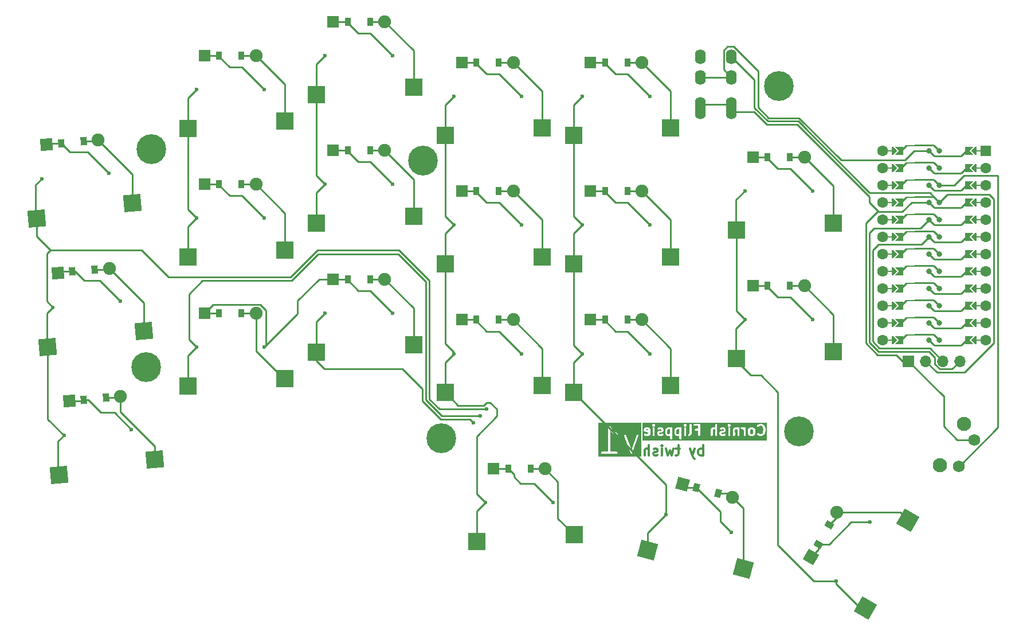
<source format=gbr>
%TF.GenerationSoftware,KiCad,Pcbnew,8.0.0*%
%TF.CreationDate,2024-03-16T23:28:16+01:00*%
%TF.ProjectId,cornish-v1,636f726e-6973-4682-9d76-312e6b696361,v1.0.0*%
%TF.SameCoordinates,Original*%
%TF.FileFunction,Copper,L2,Bot*%
%TF.FilePolarity,Positive*%
%FSLAX46Y46*%
G04 Gerber Fmt 4.6, Leading zero omitted, Abs format (unit mm)*
G04 Created by KiCad (PCBNEW 8.0.0) date 2024-03-16 23:28:16*
%MOMM*%
%LPD*%
G01*
G04 APERTURE LIST*
G04 Aperture macros list*
%AMRotRect*
0 Rectangle, with rotation*
0 The origin of the aperture is its center*
0 $1 length*
0 $2 width*
0 $3 Rotation angle, in degrees counterclockwise*
0 Add horizontal line*
21,1,$1,$2,0,0,$3*%
%AMFreePoly0*
4,1,5,0.125000,-0.500000,-0.125000,-0.500000,-0.125000,0.500000,0.125000,0.500000,0.125000,-0.500000,0.125000,-0.500000,$1*%
%AMFreePoly1*
4,1,6,0.600000,0.200000,0.000000,-0.400000,-0.600000,0.200000,-0.600000,0.400000,0.600000,0.400000,0.600000,0.200000,0.600000,0.200000,$1*%
%AMFreePoly2*
4,1,6,0.600000,-0.250000,-0.600000,-0.250000,-0.600000,1.000000,0.000000,0.400000,0.600000,1.000000,0.600000,-0.250000,0.600000,-0.250000,$1*%
%AMFreePoly3*
4,1,45,0.008964,0.122598,0.024387,0.122598,0.052641,0.110894,0.062500,0.108253,0.064961,0.105791,0.069447,0.103934,0.103934,0.069447,0.105791,0.064961,0.108253,0.062500,0.110894,0.052643,0.122598,0.024387,0.122598,0.008964,0.125000,0.000000,0.122598,-0.008964,0.122598,-0.024386,0.110896,-0.052633,0.108253,-0.062500,0.105790,-0.064962,0.103934,-0.069446,-0.643355,-0.819983,
-0.641028,-4.773351,0.088389,-5.499612,0.103934,-5.518554,0.122598,-5.563614,0.122598,-5.612387,0.103934,-5.657447,0.069447,-5.691934,0.024387,-5.710598,-0.024386,-5.710598,-0.069446,-5.691934,-0.854388,-4.910388,-0.869934,-4.891446,-0.888598,-4.846386,-0.891000,-0.766000,-0.888598,-0.741614,-0.869934,-0.696554,-0.088388,0.088389,-0.069446,0.103934,-0.064962,0.105790,-0.062500,0.108253,
-0.052633,0.110896,-0.024386,0.122598,-0.008964,0.122598,0.000000,0.125000,0.008964,0.122598,0.008964,0.122598,$1*%
G04 Aperture macros list end*
%ADD10C,0.300000*%
%TA.AperFunction,NonConductor*%
%ADD11C,0.300000*%
%TD*%
%TA.AperFunction,ComponentPad*%
%ADD12C,0.700000*%
%TD*%
%TA.AperFunction,ComponentPad*%
%ADD13C,4.400000*%
%TD*%
%TA.AperFunction,ComponentPad*%
%ADD14C,0.600000*%
%TD*%
%TA.AperFunction,ComponentPad*%
%ADD15C,2.100000*%
%TD*%
%TA.AperFunction,ComponentPad*%
%ADD16C,1.750000*%
%TD*%
%TA.AperFunction,ComponentPad*%
%ADD17R,1.778000X1.778000*%
%TD*%
%TA.AperFunction,SMDPad,CuDef*%
%ADD18R,0.900000X1.200000*%
%TD*%
%TA.AperFunction,ComponentPad*%
%ADD19C,1.905000*%
%TD*%
%TA.AperFunction,ComponentPad*%
%ADD20RotRect,1.778000X1.778000X5.000000*%
%TD*%
%TA.AperFunction,SMDPad,CuDef*%
%ADD21RotRect,0.900000X1.200000X5.000000*%
%TD*%
%TA.AperFunction,SMDPad,CuDef*%
%ADD22R,2.550000X2.500000*%
%TD*%
%TA.AperFunction,ComponentPad*%
%ADD23O,1.600000X2.200000*%
%TD*%
%TA.AperFunction,ComponentPad*%
%ADD24RotRect,1.778000X1.778000X60.000000*%
%TD*%
%TA.AperFunction,SMDPad,CuDef*%
%ADD25RotRect,0.900000X1.200000X60.000000*%
%TD*%
%TA.AperFunction,SMDPad,CuDef*%
%ADD26RotRect,2.550000X2.500000X5.000000*%
%TD*%
%TA.AperFunction,ComponentPad*%
%ADD27C,1.600000*%
%TD*%
%TA.AperFunction,ComponentPad*%
%ADD28R,1.600000X1.600000*%
%TD*%
%TA.AperFunction,SMDPad,CuDef*%
%ADD29FreePoly0,270.000000*%
%TD*%
%TA.AperFunction,SMDPad,CuDef*%
%ADD30FreePoly1,270.000000*%
%TD*%
%TA.AperFunction,SMDPad,CuDef*%
%ADD31FreePoly1,90.000000*%
%TD*%
%TA.AperFunction,SMDPad,CuDef*%
%ADD32FreePoly0,90.000000*%
%TD*%
%TA.AperFunction,SMDPad,CuDef*%
%ADD33FreePoly2,90.000000*%
%TD*%
%TA.AperFunction,SMDPad,CuDef*%
%ADD34FreePoly3,270.000000*%
%TD*%
%TA.AperFunction,ComponentPad*%
%ADD35C,0.800000*%
%TD*%
%TA.AperFunction,SMDPad,CuDef*%
%ADD36FreePoly3,90.000000*%
%TD*%
%TA.AperFunction,SMDPad,CuDef*%
%ADD37FreePoly2,270.000000*%
%TD*%
%TA.AperFunction,SMDPad,CuDef*%
%ADD38RotRect,2.550000X2.500000X345.000000*%
%TD*%
%TA.AperFunction,ComponentPad*%
%ADD39RotRect,1.778000X1.778000X345.000000*%
%TD*%
%TA.AperFunction,SMDPad,CuDef*%
%ADD40RotRect,0.900000X1.200000X345.000000*%
%TD*%
%TA.AperFunction,SMDPad,CuDef*%
%ADD41RotRect,2.550000X2.500000X60.000000*%
%TD*%
%TA.AperFunction,ComponentPad*%
%ADD42R,1.700000X1.700000*%
%TD*%
%TA.AperFunction,ComponentPad*%
%ADD43O,1.700000X1.700000*%
%TD*%
%TA.AperFunction,Conductor*%
%ADD44C,0.250000*%
%TD*%
G04 APERTURE END LIST*
D10*
G36*
X224330386Y-159479275D02*
G01*
X217942815Y-159479275D01*
X217942815Y-158936317D01*
X218365037Y-158936317D01*
X218387435Y-158990389D01*
X218428819Y-159031773D01*
X218482891Y-159054171D01*
X218512155Y-159057053D01*
X220712848Y-159054171D01*
X220766920Y-159031773D01*
X220808304Y-158990389D01*
X220830702Y-158936317D01*
X220830702Y-158877789D01*
X220808304Y-158823717D01*
X220766920Y-158782333D01*
X220712848Y-158759935D01*
X220683584Y-158757053D01*
X219747758Y-158758278D01*
X219745980Y-156395642D01*
X221801861Y-156395642D01*
X221808990Y-156424170D01*
X222709164Y-158936253D01*
X222709529Y-158943586D01*
X222718821Y-158963203D01*
X222726307Y-158984093D01*
X222731360Y-158989675D01*
X222734583Y-158996478D01*
X222750855Y-159011209D01*
X222765587Y-159027482D01*
X222772389Y-159030704D01*
X222777972Y-159035758D01*
X222798646Y-159043141D01*
X222818479Y-159052536D01*
X222825997Y-159052909D01*
X222833090Y-159055443D01*
X222855012Y-159054352D01*
X222876934Y-159055443D01*
X222884026Y-159052909D01*
X222891545Y-159052536D01*
X222911377Y-159043141D01*
X222932052Y-159035758D01*
X222937634Y-159030704D01*
X222944437Y-159027482D01*
X222959168Y-159011209D01*
X222975441Y-158996478D01*
X222978663Y-158989675D01*
X222983717Y-158984093D01*
X222996273Y-158957503D01*
X223908164Y-156395642D01*
X223905257Y-156337187D01*
X223880203Y-156284295D01*
X223836814Y-156245016D01*
X223781696Y-156225331D01*
X223723241Y-156228237D01*
X223670349Y-156253291D01*
X223631069Y-156296680D01*
X223618513Y-156323270D01*
X222856057Y-158465308D01*
X222078956Y-156296680D01*
X222039676Y-156253291D01*
X221986784Y-156228237D01*
X221928329Y-156225330D01*
X221873211Y-156245015D01*
X221829822Y-156284295D01*
X221804768Y-156337187D01*
X221801861Y-156395642D01*
X219745980Y-156395642D01*
X219745377Y-155595013D01*
X219829727Y-155720387D01*
X219835053Y-155733245D01*
X219853502Y-155755725D01*
X219853597Y-155755866D01*
X219853643Y-155755896D01*
X219853708Y-155755976D01*
X220215537Y-156113971D01*
X220229711Y-156130314D01*
X220236155Y-156134370D01*
X220238344Y-156136536D01*
X220242003Y-156138051D01*
X220254597Y-156145979D01*
X220643966Y-156337441D01*
X220702346Y-156341589D01*
X220757868Y-156323081D01*
X220802083Y-156284735D01*
X220828258Y-156232386D01*
X220832406Y-156174005D01*
X220813899Y-156118483D01*
X220775552Y-156074268D01*
X220750666Y-156058603D01*
X220415821Y-155893952D01*
X220083611Y-155565261D01*
X219727916Y-155036577D01*
X219722590Y-155023717D01*
X219712427Y-155013554D01*
X219704047Y-155001098D01*
X219691707Y-154992834D01*
X219681206Y-154982333D01*
X219667628Y-154976708D01*
X219655417Y-154968531D01*
X219640854Y-154965618D01*
X219627134Y-154959935D01*
X219612438Y-154959935D01*
X219598028Y-154957053D01*
X219583459Y-154959935D01*
X219568606Y-154959935D01*
X219555027Y-154965559D01*
X219540613Y-154968411D01*
X219528255Y-154976649D01*
X219514534Y-154982333D01*
X219504142Y-154992724D01*
X219491915Y-155000876D01*
X219483651Y-155013215D01*
X219473150Y-155023717D01*
X219467525Y-155037294D01*
X219459348Y-155049506D01*
X219456435Y-155064068D01*
X219450752Y-155077789D01*
X219447900Y-155106741D01*
X219447870Y-155106895D01*
X219447880Y-155106947D01*
X219447870Y-155107053D01*
X219450618Y-158758667D01*
X218482891Y-158759935D01*
X218428819Y-158782333D01*
X218387435Y-158823717D01*
X218365037Y-158877789D01*
X218365037Y-158936317D01*
X217942815Y-158936317D01*
X217942815Y-154534831D01*
X224330386Y-154534831D01*
X224330386Y-159479275D01*
G37*
D11*
X233445489Y-159300828D02*
X233445489Y-157800828D01*
X233445489Y-158372257D02*
X233302632Y-158300828D01*
X233302632Y-158300828D02*
X233016917Y-158300828D01*
X233016917Y-158300828D02*
X232874060Y-158372257D01*
X232874060Y-158372257D02*
X232802632Y-158443685D01*
X232802632Y-158443685D02*
X232731203Y-158586542D01*
X232731203Y-158586542D02*
X232731203Y-159015114D01*
X232731203Y-159015114D02*
X232802632Y-159157971D01*
X232802632Y-159157971D02*
X232874060Y-159229400D01*
X232874060Y-159229400D02*
X233016917Y-159300828D01*
X233016917Y-159300828D02*
X233302632Y-159300828D01*
X233302632Y-159300828D02*
X233445489Y-159229400D01*
X232231203Y-158300828D02*
X231874060Y-159300828D01*
X231516917Y-158300828D02*
X231874060Y-159300828D01*
X231874060Y-159300828D02*
X232016917Y-159657971D01*
X232016917Y-159657971D02*
X232088346Y-159729400D01*
X232088346Y-159729400D02*
X232231203Y-159800828D01*
X230016917Y-158300828D02*
X229445489Y-158300828D01*
X229802632Y-157800828D02*
X229802632Y-159086542D01*
X229802632Y-159086542D02*
X229731203Y-159229400D01*
X229731203Y-159229400D02*
X229588346Y-159300828D01*
X229588346Y-159300828D02*
X229445489Y-159300828D01*
X229088346Y-158300828D02*
X228802632Y-159300828D01*
X228802632Y-159300828D02*
X228516917Y-158586542D01*
X228516917Y-158586542D02*
X228231203Y-159300828D01*
X228231203Y-159300828D02*
X227945489Y-158300828D01*
X227374060Y-159300828D02*
X227374060Y-158300828D01*
X227374060Y-157800828D02*
X227445488Y-157872257D01*
X227445488Y-157872257D02*
X227374060Y-157943685D01*
X227374060Y-157943685D02*
X227302631Y-157872257D01*
X227302631Y-157872257D02*
X227374060Y-157800828D01*
X227374060Y-157800828D02*
X227374060Y-157943685D01*
X226731202Y-159229400D02*
X226588345Y-159300828D01*
X226588345Y-159300828D02*
X226302631Y-159300828D01*
X226302631Y-159300828D02*
X226159774Y-159229400D01*
X226159774Y-159229400D02*
X226088345Y-159086542D01*
X226088345Y-159086542D02*
X226088345Y-159015114D01*
X226088345Y-159015114D02*
X226159774Y-158872257D01*
X226159774Y-158872257D02*
X226302631Y-158800828D01*
X226302631Y-158800828D02*
X226516917Y-158800828D01*
X226516917Y-158800828D02*
X226659774Y-158729400D01*
X226659774Y-158729400D02*
X226731202Y-158586542D01*
X226731202Y-158586542D02*
X226731202Y-158515114D01*
X226731202Y-158515114D02*
X226659774Y-158372257D01*
X226659774Y-158372257D02*
X226516917Y-158300828D01*
X226516917Y-158300828D02*
X226302631Y-158300828D01*
X226302631Y-158300828D02*
X226159774Y-158372257D01*
X225445488Y-159300828D02*
X225445488Y-157800828D01*
X224802631Y-159300828D02*
X224802631Y-158515114D01*
X224802631Y-158515114D02*
X224874059Y-158372257D01*
X224874059Y-158372257D02*
X225016916Y-158300828D01*
X225016916Y-158300828D02*
X225231202Y-158300828D01*
X225231202Y-158300828D02*
X225374059Y-158372257D01*
X225374059Y-158372257D02*
X225445488Y-158443685D01*
D10*
G36*
X228581510Y-155463975D02*
G01*
X228582779Y-156137469D01*
X228556489Y-156151119D01*
X228341490Y-156153086D01*
X228251877Y-156109975D01*
X228213215Y-156072987D01*
X228166717Y-155983432D01*
X228164466Y-155625800D01*
X228207768Y-155535789D01*
X228244760Y-155497124D01*
X228334489Y-155450536D01*
X228549486Y-155448569D01*
X228581510Y-155463975D01*
G37*
G36*
X229938653Y-155463975D02*
G01*
X229939922Y-156137469D01*
X229913632Y-156151119D01*
X229698633Y-156153086D01*
X229609020Y-156109975D01*
X229570358Y-156072987D01*
X229523860Y-155983432D01*
X229521609Y-155625800D01*
X229564911Y-155535789D01*
X229601903Y-155497124D01*
X229691632Y-155450536D01*
X229906629Y-155448569D01*
X229938653Y-155463975D01*
G37*
G36*
X225333544Y-155482135D02*
G01*
X225367067Y-155546702D01*
X225367412Y-155618664D01*
X224957876Y-155538375D01*
X224983938Y-155484199D01*
X225048774Y-155450536D01*
X225263771Y-155448569D01*
X225333544Y-155482135D01*
G37*
G36*
X240781955Y-155491680D02*
G01*
X240820621Y-155528671D01*
X240867116Y-155618222D01*
X240869367Y-155975855D01*
X240826064Y-156065867D01*
X240789073Y-156104532D01*
X240699177Y-156151206D01*
X240555405Y-156152908D01*
X240466163Y-156109975D01*
X240427501Y-156072987D01*
X240381003Y-155983432D01*
X240378752Y-155625800D01*
X240422054Y-155535789D01*
X240459046Y-155497124D01*
X240548944Y-155450449D01*
X240692714Y-155448747D01*
X240781955Y-155491680D01*
G37*
G36*
X242833584Y-157114613D02*
G01*
X224485964Y-157114613D01*
X224485964Y-155657814D01*
X224652631Y-155657814D01*
X224655241Y-155671009D01*
X224655513Y-155687235D01*
X224661137Y-155700812D01*
X224663989Y-155715229D01*
X224672227Y-155727586D01*
X224677911Y-155741307D01*
X224688303Y-155751699D01*
X224696454Y-155763925D01*
X224708792Y-155772188D01*
X224719295Y-155782691D01*
X224732871Y-155788314D01*
X224745083Y-155796493D01*
X224773214Y-155805058D01*
X224773362Y-155805087D01*
X224773367Y-155805089D01*
X224773372Y-155805089D01*
X225368867Y-155921834D01*
X225369468Y-156047072D01*
X225335607Y-156117457D01*
X225270774Y-156151119D01*
X225055775Y-156153086D01*
X224913677Y-156084726D01*
X224855297Y-156080578D01*
X224799775Y-156099086D01*
X224755560Y-156137433D01*
X224729385Y-156189782D01*
X224725237Y-156248162D01*
X224743745Y-156303684D01*
X224782092Y-156347899D01*
X224806977Y-156363564D01*
X224931502Y-156423470D01*
X224933580Y-156425548D01*
X224949702Y-156432226D01*
X224977298Y-156445502D01*
X224982673Y-156445883D01*
X224987652Y-156447946D01*
X225016916Y-156450828D01*
X225280176Y-156448419D01*
X225283869Y-156449650D01*
X225304297Y-156448198D01*
X225331895Y-156447946D01*
X225336873Y-156445883D01*
X225342249Y-156445502D01*
X225369713Y-156434992D01*
X225505602Y-156364437D01*
X225519773Y-156359714D01*
X225527339Y-156353151D01*
X225537456Y-156347899D01*
X225549777Y-156333691D01*
X225563988Y-156321367D01*
X225573308Y-156306559D01*
X225575802Y-156303684D01*
X225576571Y-156301374D01*
X225579652Y-156296481D01*
X225639558Y-156171955D01*
X225641636Y-156169878D01*
X225648314Y-156153755D01*
X225661590Y-156126160D01*
X225661971Y-156120784D01*
X225664034Y-156115806D01*
X225666916Y-156086542D01*
X225665578Y-155807679D01*
X225666917Y-155800985D01*
X225665511Y-155793882D01*
X225664285Y-155538233D01*
X225665738Y-155533876D01*
X225664157Y-155511634D01*
X225664034Y-155485850D01*
X225661971Y-155480871D01*
X225661590Y-155475496D01*
X225651080Y-155448033D01*
X225580525Y-155312143D01*
X225576754Y-155300828D01*
X226009774Y-155300828D01*
X226012656Y-156330092D01*
X226035054Y-156384164D01*
X226076438Y-156425548D01*
X226130510Y-156447946D01*
X226189038Y-156447946D01*
X226243110Y-156425548D01*
X226284494Y-156384164D01*
X226306892Y-156330092D01*
X226309774Y-156300828D01*
X226308974Y-156015114D01*
X226652631Y-156015114D01*
X226654112Y-156066869D01*
X226653809Y-156067780D01*
X226654360Y-156075543D01*
X226655513Y-156115806D01*
X226657574Y-156120783D01*
X226657957Y-156126161D01*
X226668467Y-156153624D01*
X226739023Y-156289515D01*
X226743746Y-156303684D01*
X226750307Y-156311249D01*
X226755561Y-156321368D01*
X226769772Y-156333692D01*
X226782093Y-156347899D01*
X226796900Y-156357220D01*
X226799776Y-156359714D01*
X226802084Y-156360483D01*
X226806978Y-156363564D01*
X226931503Y-156423470D01*
X226933581Y-156425548D01*
X226949703Y-156432226D01*
X226977299Y-156445502D01*
X226982674Y-156445883D01*
X226987653Y-156447946D01*
X227016917Y-156450828D01*
X227280176Y-156448419D01*
X227283869Y-156449650D01*
X227304297Y-156448198D01*
X227331895Y-156447946D01*
X227336873Y-156445883D01*
X227342249Y-156445502D01*
X227369713Y-156434992D01*
X227537456Y-156347899D01*
X227575802Y-156303684D01*
X227594310Y-156248162D01*
X227590162Y-156189782D01*
X227563988Y-156137433D01*
X227519773Y-156099086D01*
X227464250Y-156080578D01*
X227405870Y-156084726D01*
X227378407Y-156095236D01*
X227270774Y-156151119D01*
X227055776Y-156153086D01*
X226986002Y-156119520D01*
X226951682Y-156053419D01*
X226951624Y-156051371D01*
X226983939Y-155984200D01*
X227048944Y-155950449D01*
X227209150Y-155948553D01*
X227212441Y-155949650D01*
X227231619Y-155948287D01*
X227260467Y-155947946D01*
X227265445Y-155945883D01*
X227270821Y-155945502D01*
X227298285Y-155934992D01*
X227434174Y-155864437D01*
X227448345Y-155859714D01*
X227455911Y-155853151D01*
X227466028Y-155847899D01*
X227478349Y-155833691D01*
X227492560Y-155821367D01*
X227501880Y-155806559D01*
X227504374Y-155803684D01*
X227505143Y-155801374D01*
X227508224Y-155796481D01*
X227568130Y-155671955D01*
X227570208Y-155669878D01*
X227576886Y-155653755D01*
X227590162Y-155626160D01*
X227590543Y-155620784D01*
X227592606Y-155615806D01*
X227595488Y-155586542D01*
X227866917Y-155586542D01*
X227869470Y-155992225D01*
X227868095Y-155996353D01*
X227869632Y-156017992D01*
X227869799Y-156044378D01*
X227871862Y-156049358D01*
X227872244Y-156054733D01*
X227882753Y-156082196D01*
X227956764Y-156224742D01*
X227963625Y-156241305D01*
X227968359Y-156247074D01*
X227969847Y-156249939D01*
X227972841Y-156252536D01*
X227982279Y-156264036D01*
X228057432Y-156335937D01*
X228067807Y-156347899D01*
X228074030Y-156351816D01*
X228076438Y-156354120D01*
X228080097Y-156355635D01*
X228092692Y-156363564D01*
X228217217Y-156423470D01*
X228219295Y-156425548D01*
X228235417Y-156432226D01*
X228263013Y-156445502D01*
X228268388Y-156445883D01*
X228273367Y-156447946D01*
X228302631Y-156450828D01*
X228565891Y-156448419D01*
X228569584Y-156449650D01*
X228583366Y-156448670D01*
X228584085Y-156830092D01*
X228606483Y-156884164D01*
X228647867Y-156925548D01*
X228701939Y-156947946D01*
X228760467Y-156947946D01*
X228814539Y-156925548D01*
X228855923Y-156884164D01*
X228878321Y-156830092D01*
X228881203Y-156800828D01*
X228878914Y-155586542D01*
X229224060Y-155586542D01*
X229226613Y-155992225D01*
X229225238Y-155996353D01*
X229226775Y-156017992D01*
X229226942Y-156044378D01*
X229229005Y-156049358D01*
X229229387Y-156054733D01*
X229239896Y-156082196D01*
X229313907Y-156224742D01*
X229320768Y-156241305D01*
X229325502Y-156247074D01*
X229326990Y-156249939D01*
X229329984Y-156252536D01*
X229339422Y-156264036D01*
X229414575Y-156335937D01*
X229424950Y-156347899D01*
X229431173Y-156351816D01*
X229433581Y-156354120D01*
X229437240Y-156355635D01*
X229449835Y-156363564D01*
X229574360Y-156423470D01*
X229576438Y-156425548D01*
X229592560Y-156432226D01*
X229620156Y-156445502D01*
X229625531Y-156445883D01*
X229630510Y-156447946D01*
X229659774Y-156450828D01*
X229923034Y-156448419D01*
X229926727Y-156449650D01*
X229940509Y-156448670D01*
X229941228Y-156830092D01*
X229963626Y-156884164D01*
X230005010Y-156925548D01*
X230059082Y-156947946D01*
X230117610Y-156947946D01*
X230171682Y-156925548D01*
X230213066Y-156884164D01*
X230235464Y-156830092D01*
X230238346Y-156800828D01*
X230235658Y-155374736D01*
X230237168Y-155353496D01*
X230235609Y-155348820D01*
X230235519Y-155300828D01*
X230652632Y-155300828D01*
X230655514Y-156330092D01*
X230677912Y-156384164D01*
X230719296Y-156425548D01*
X230773368Y-156447946D01*
X230831896Y-156447946D01*
X230885968Y-156425548D01*
X230927352Y-156384164D01*
X230949750Y-156330092D01*
X230952632Y-156300828D01*
X230952579Y-156282066D01*
X231225238Y-156282066D01*
X231229386Y-156340446D01*
X231255561Y-156392795D01*
X231299776Y-156431142D01*
X231355298Y-156449650D01*
X231413678Y-156445502D01*
X231441142Y-156434992D01*
X231577032Y-156364437D01*
X231591201Y-156359714D01*
X231598766Y-156353152D01*
X231608885Y-156347899D01*
X231621207Y-156333690D01*
X231635416Y-156321368D01*
X231644738Y-156306558D01*
X231647231Y-156303684D01*
X231648000Y-156301376D01*
X231651081Y-156296482D01*
X231710989Y-156171954D01*
X231713066Y-156169878D01*
X231719742Y-156153760D01*
X231733020Y-156126161D01*
X231733402Y-156120783D01*
X231735464Y-156115806D01*
X231738346Y-156086542D01*
X231735592Y-154830092D01*
X232012656Y-154830092D01*
X232035054Y-154884164D01*
X232076438Y-154925548D01*
X232130510Y-154947946D01*
X232159774Y-154950828D01*
X232724338Y-154948639D01*
X232725124Y-155365924D01*
X232344796Y-155367996D01*
X232290724Y-155390394D01*
X232249340Y-155431778D01*
X232226942Y-155485850D01*
X232226942Y-155544378D01*
X232249340Y-155598450D01*
X232290724Y-155639834D01*
X232344796Y-155662232D01*
X232374060Y-155665114D01*
X232725685Y-155663199D01*
X232726942Y-156330092D01*
X232749340Y-156384164D01*
X232790724Y-156425548D01*
X232844796Y-156447946D01*
X232903324Y-156447946D01*
X232957396Y-156425548D01*
X232998780Y-156384164D01*
X233021178Y-156330092D01*
X233024060Y-156300828D01*
X233022579Y-155515114D01*
X234581203Y-155515114D01*
X234584085Y-156330092D01*
X234606483Y-156384164D01*
X234647867Y-156425548D01*
X234701939Y-156447946D01*
X234760467Y-156447946D01*
X234814539Y-156425548D01*
X234855923Y-156384164D01*
X234878321Y-156330092D01*
X234881203Y-156300828D01*
X234878564Y-155554762D01*
X234912510Y-155484199D01*
X234977515Y-155450449D01*
X235121285Y-155448747D01*
X235210526Y-155491680D01*
X235225388Y-155505898D01*
X235226942Y-156330092D01*
X235249340Y-156384164D01*
X235290724Y-156425548D01*
X235344796Y-156447946D01*
X235403324Y-156447946D01*
X235457396Y-156425548D01*
X235498780Y-156384164D01*
X235521178Y-156330092D01*
X235524060Y-156300828D01*
X235523522Y-156015114D01*
X235866917Y-156015114D01*
X235868398Y-156066869D01*
X235868095Y-156067780D01*
X235868646Y-156075543D01*
X235869799Y-156115806D01*
X235871860Y-156120783D01*
X235872243Y-156126161D01*
X235882753Y-156153624D01*
X235953309Y-156289515D01*
X235958032Y-156303684D01*
X235964593Y-156311249D01*
X235969847Y-156321368D01*
X235984058Y-156333692D01*
X235996379Y-156347899D01*
X236011186Y-156357220D01*
X236014062Y-156359714D01*
X236016370Y-156360483D01*
X236021264Y-156363564D01*
X236145789Y-156423470D01*
X236147867Y-156425548D01*
X236163989Y-156432226D01*
X236191585Y-156445502D01*
X236196960Y-156445883D01*
X236201939Y-156447946D01*
X236231203Y-156450828D01*
X236494462Y-156448419D01*
X236498155Y-156449650D01*
X236518583Y-156448198D01*
X236546181Y-156447946D01*
X236551159Y-156445883D01*
X236556535Y-156445502D01*
X236583999Y-156434992D01*
X236751742Y-156347899D01*
X236790088Y-156303684D01*
X236808596Y-156248162D01*
X236804448Y-156189782D01*
X236778274Y-156137433D01*
X236734059Y-156099086D01*
X236678536Y-156080578D01*
X236620156Y-156084726D01*
X236592693Y-156095236D01*
X236485060Y-156151119D01*
X236270062Y-156153086D01*
X236200288Y-156119520D01*
X236165968Y-156053419D01*
X236165910Y-156051371D01*
X236198225Y-155984200D01*
X236263230Y-155950449D01*
X236423436Y-155948553D01*
X236426727Y-155949650D01*
X236445905Y-155948287D01*
X236474753Y-155947946D01*
X236479731Y-155945883D01*
X236485107Y-155945502D01*
X236512571Y-155934992D01*
X236648460Y-155864437D01*
X236662631Y-155859714D01*
X236670197Y-155853151D01*
X236680314Y-155847899D01*
X236692635Y-155833691D01*
X236706846Y-155821367D01*
X236716166Y-155806559D01*
X236718660Y-155803684D01*
X236719429Y-155801374D01*
X236722510Y-155796481D01*
X236782416Y-155671955D01*
X236784494Y-155669878D01*
X236791172Y-155653755D01*
X236804448Y-155626160D01*
X236804829Y-155620784D01*
X236806892Y-155615806D01*
X236809774Y-155586542D01*
X236808292Y-155534786D01*
X236808596Y-155533876D01*
X236808044Y-155526112D01*
X236806892Y-155485850D01*
X236804829Y-155480871D01*
X236804448Y-155475496D01*
X236793938Y-155448033D01*
X236723383Y-155312143D01*
X236719612Y-155300828D01*
X237152632Y-155300828D01*
X237155514Y-156330092D01*
X237177912Y-156384164D01*
X237219296Y-156425548D01*
X237273368Y-156447946D01*
X237331896Y-156447946D01*
X237385968Y-156425548D01*
X237427352Y-156384164D01*
X237449750Y-156330092D01*
X237452632Y-156300828D01*
X237450432Y-155515114D01*
X237866918Y-155515114D01*
X237869800Y-156330092D01*
X237892198Y-156384164D01*
X237933582Y-156425548D01*
X237987654Y-156447946D01*
X238046182Y-156447946D01*
X238100254Y-156425548D01*
X238141638Y-156384164D01*
X238164036Y-156330092D01*
X238166918Y-156300828D01*
X238164279Y-155554762D01*
X238198225Y-155484199D01*
X238263230Y-155450449D01*
X238407000Y-155448747D01*
X238496241Y-155491680D01*
X238510347Y-155505174D01*
X238512657Y-156330092D01*
X238535055Y-156384164D01*
X238576439Y-156425548D01*
X238630511Y-156447946D01*
X238689039Y-156447946D01*
X238743111Y-156425548D01*
X238784495Y-156384164D01*
X238806893Y-156330092D01*
X238809775Y-156300828D01*
X238807057Y-155330092D01*
X239012656Y-155330092D01*
X239035054Y-155384164D01*
X239076438Y-155425548D01*
X239130510Y-155447946D01*
X239159774Y-155450828D01*
X239264810Y-155449069D01*
X239353385Y-155491681D01*
X239392049Y-155528671D01*
X239439238Y-155619557D01*
X239441228Y-156330092D01*
X239463626Y-156384164D01*
X239505010Y-156425548D01*
X239559082Y-156447946D01*
X239617610Y-156447946D01*
X239671682Y-156425548D01*
X239713066Y-156384164D01*
X239735464Y-156330092D01*
X239738346Y-156300828D01*
X239736404Y-155607592D01*
X239737168Y-155605303D01*
X239736366Y-155594031D01*
X239736345Y-155586542D01*
X240081203Y-155586542D01*
X240083756Y-155992225D01*
X240082381Y-155996353D01*
X240083918Y-156017992D01*
X240084085Y-156044378D01*
X240086148Y-156049358D01*
X240086530Y-156054733D01*
X240097039Y-156082196D01*
X240171050Y-156224742D01*
X240177911Y-156241305D01*
X240182645Y-156247074D01*
X240184133Y-156249939D01*
X240187127Y-156252536D01*
X240196565Y-156264036D01*
X240271718Y-156335937D01*
X240282093Y-156347899D01*
X240288316Y-156351816D01*
X240290724Y-156354120D01*
X240294383Y-156355635D01*
X240306978Y-156363564D01*
X240431503Y-156423470D01*
X240433581Y-156425548D01*
X240449703Y-156432226D01*
X240477299Y-156445502D01*
X240482674Y-156445883D01*
X240487653Y-156447946D01*
X240516917Y-156450828D01*
X240709150Y-156448553D01*
X240712441Y-156449650D01*
X240731619Y-156448287D01*
X240760467Y-156447946D01*
X240765445Y-156445883D01*
X240770821Y-156445502D01*
X240798285Y-156434992D01*
X240940826Y-156360983D01*
X240957395Y-156354121D01*
X240963165Y-156349385D01*
X240966028Y-156347899D01*
X240968624Y-156344905D01*
X240980126Y-156335466D01*
X241052027Y-156260310D01*
X241063988Y-156249938D01*
X241067905Y-156243714D01*
X241070210Y-156241306D01*
X241071726Y-156237644D01*
X241079653Y-156225053D01*
X241097847Y-156187233D01*
X241441228Y-156187233D01*
X241463625Y-156241305D01*
X241482279Y-156264036D01*
X241540423Y-156319664D01*
X241541275Y-156321367D01*
X241551210Y-156329984D01*
X241576438Y-156354120D01*
X241581414Y-156356181D01*
X241585489Y-156359715D01*
X241612340Y-156371703D01*
X241826969Y-156440561D01*
X241844796Y-156447946D01*
X241852284Y-156448683D01*
X241855300Y-156449651D01*
X241859254Y-156449369D01*
X241874060Y-156450828D01*
X242018267Y-156448413D01*
X242035677Y-156449651D01*
X242042936Y-156448000D01*
X242046181Y-156447946D01*
X242049838Y-156446430D01*
X242064351Y-156443131D01*
X242256914Y-156376518D01*
X242260466Y-156376518D01*
X242278462Y-156369063D01*
X242305488Y-156359715D01*
X242309559Y-156356183D01*
X242314539Y-156354121D01*
X242337269Y-156335466D01*
X242478289Y-156190885D01*
X242492559Y-156178510D01*
X242496559Y-156172154D01*
X242498781Y-156169877D01*
X242500296Y-156166217D01*
X242508224Y-156153624D01*
X242573366Y-156018216D01*
X242581117Y-156007756D01*
X242588960Y-155985801D01*
X242590162Y-155983304D01*
X242590238Y-155982223D01*
X242591010Y-155980065D01*
X242657878Y-155702096D01*
X242664035Y-155687235D01*
X242665823Y-155669069D01*
X242666740Y-155665262D01*
X242666414Y-155663074D01*
X242666917Y-155657971D01*
X242664475Y-155451613D01*
X242666740Y-155436394D01*
X242664082Y-155418423D01*
X242664035Y-155414421D01*
X242663187Y-155412376D01*
X242662438Y-155407305D01*
X242591180Y-155132684D01*
X242590162Y-155118352D01*
X242581773Y-155096428D01*
X242581117Y-155093900D01*
X242580472Y-155093030D01*
X242579653Y-155090888D01*
X242505644Y-154948348D01*
X242498781Y-154931778D01*
X242494044Y-154926006D01*
X242492559Y-154923146D01*
X242489566Y-154920550D01*
X242480126Y-154909048D01*
X242351209Y-154783304D01*
X242349702Y-154780290D01*
X242335412Y-154767896D01*
X242314538Y-154747536D01*
X242309558Y-154745473D01*
X242305488Y-154741943D01*
X242278637Y-154729954D01*
X242064015Y-154661097D01*
X242046181Y-154653710D01*
X242038689Y-154652972D01*
X242035678Y-154652006D01*
X242031728Y-154652286D01*
X242016917Y-154650828D01*
X241872701Y-154653242D01*
X241855299Y-154652006D01*
X241848044Y-154653655D01*
X241844796Y-154653710D01*
X241841134Y-154655226D01*
X241826625Y-154658526D01*
X241634062Y-154725140D01*
X241630511Y-154725140D01*
X241612511Y-154732594D01*
X241585489Y-154741943D01*
X241581418Y-154745472D01*
X241576438Y-154747536D01*
X241553708Y-154766191D01*
X241463625Y-154860350D01*
X241441228Y-154914422D01*
X241441228Y-154972948D01*
X241463625Y-155027020D01*
X241505011Y-155068406D01*
X241559083Y-155090803D01*
X241617609Y-155090803D01*
X241671681Y-155068406D01*
X241694412Y-155049751D01*
X241738406Y-155003766D01*
X241892321Y-154950522D01*
X241987553Y-154948927D01*
X242147664Y-155000296D01*
X242248376Y-155098529D01*
X242301806Y-155201434D01*
X242367024Y-155452782D01*
X242369133Y-155630995D01*
X242308773Y-155881906D01*
X242254890Y-155993910D01*
X242153930Y-156097419D01*
X241998652Y-156151133D01*
X241903425Y-156152728D01*
X241742649Y-156101146D01*
X241671682Y-156033251D01*
X241617610Y-156010853D01*
X241559084Y-156010853D01*
X241505012Y-156033250D01*
X241463626Y-156074635D01*
X241441228Y-156128707D01*
X241441228Y-156187233D01*
X241097847Y-156187233D01*
X241139559Y-156100527D01*
X241141637Y-156098450D01*
X241148315Y-156082327D01*
X241161591Y-156054732D01*
X241161972Y-156049356D01*
X241164035Y-156044378D01*
X241166917Y-156015114D01*
X241164363Y-155609431D01*
X241165739Y-155605304D01*
X241164201Y-155583658D01*
X241164035Y-155557278D01*
X241161972Y-155552299D01*
X241161591Y-155546924D01*
X241151081Y-155519461D01*
X241077072Y-155376918D01*
X241070209Y-155360349D01*
X241065473Y-155354578D01*
X241063988Y-155351718D01*
X241060996Y-155349123D01*
X241051554Y-155337618D01*
X240976407Y-155265725D01*
X240966028Y-155253758D01*
X240959799Y-155249837D01*
X240957394Y-155247536D01*
X240953737Y-155246021D01*
X240941142Y-155238093D01*
X240816617Y-155178186D01*
X240814539Y-155176108D01*
X240798407Y-155169426D01*
X240770822Y-155156155D01*
X240765447Y-155155773D01*
X240760467Y-155153710D01*
X240731203Y-155150828D01*
X240538968Y-155153102D01*
X240535678Y-155152006D01*
X240516505Y-155153368D01*
X240487653Y-155153710D01*
X240482672Y-155155773D01*
X240477298Y-155156155D01*
X240449834Y-155166664D01*
X240307291Y-155240674D01*
X240290724Y-155247536D01*
X240284952Y-155252272D01*
X240282092Y-155253758D01*
X240279496Y-155256750D01*
X240267994Y-155266191D01*
X240196097Y-155341340D01*
X240184133Y-155351717D01*
X240180214Y-155357942D01*
X240177911Y-155360350D01*
X240176395Y-155364009D01*
X240168468Y-155376603D01*
X240108561Y-155501127D01*
X240106483Y-155503206D01*
X240099801Y-155519337D01*
X240086530Y-155546923D01*
X240086148Y-155552297D01*
X240084085Y-155557278D01*
X240081203Y-155586542D01*
X239736345Y-155586542D01*
X239735464Y-155271564D01*
X239713066Y-155217492D01*
X239671682Y-155176108D01*
X239617610Y-155153710D01*
X239559082Y-155153710D01*
X239505010Y-155176108D01*
X239465614Y-155215503D01*
X239388043Y-155178184D01*
X239385967Y-155176108D01*
X239369849Y-155169431D01*
X239342250Y-155156154D01*
X239336872Y-155155771D01*
X239331895Y-155153710D01*
X239302631Y-155150828D01*
X239130510Y-155153710D01*
X239076438Y-155176108D01*
X239035054Y-155217492D01*
X239012656Y-155271564D01*
X239012656Y-155330092D01*
X238807057Y-155330092D01*
X238806893Y-155271564D01*
X238784495Y-155217492D01*
X238743111Y-155176108D01*
X238689039Y-155153710D01*
X238630511Y-155153710D01*
X238576439Y-155176108D01*
X238560244Y-155192302D01*
X238530903Y-155178186D01*
X238528825Y-155176108D01*
X238512693Y-155169426D01*
X238485108Y-155156155D01*
X238479733Y-155155773D01*
X238474753Y-155153710D01*
X238445489Y-155150828D01*
X238253254Y-155153102D01*
X238249964Y-155152006D01*
X238230791Y-155153368D01*
X238201939Y-155153710D01*
X238196958Y-155155773D01*
X238191584Y-155156155D01*
X238164120Y-155166664D01*
X238028229Y-155237220D01*
X238014062Y-155241943D01*
X238006496Y-155248504D01*
X237996378Y-155253758D01*
X237984054Y-155267967D01*
X237969847Y-155280289D01*
X237960527Y-155295094D01*
X237958031Y-155297973D01*
X237957260Y-155300284D01*
X237954182Y-155305175D01*
X237894275Y-155429700D01*
X237892198Y-155431778D01*
X237885519Y-155447900D01*
X237872244Y-155475496D01*
X237871862Y-155480871D01*
X237869800Y-155485850D01*
X237866918Y-155515114D01*
X237450432Y-155515114D01*
X237449750Y-155271564D01*
X237427352Y-155217492D01*
X237385968Y-155176108D01*
X237331896Y-155153710D01*
X237273368Y-155153710D01*
X237219296Y-155176108D01*
X237177912Y-155217492D01*
X237155514Y-155271564D01*
X237152632Y-155300828D01*
X236719612Y-155300828D01*
X236718660Y-155297973D01*
X236712097Y-155290405D01*
X236706845Y-155280290D01*
X236692638Y-155267969D01*
X236680314Y-155253758D01*
X236665503Y-155244435D01*
X236662630Y-155241943D01*
X236660322Y-155241173D01*
X236655428Y-155238093D01*
X236530903Y-155178186D01*
X236528825Y-155176108D01*
X236512693Y-155169426D01*
X236485108Y-155156155D01*
X236479733Y-155155773D01*
X236474753Y-155153710D01*
X236445489Y-155150828D01*
X236253254Y-155153102D01*
X236249964Y-155152006D01*
X236230791Y-155153368D01*
X236201939Y-155153710D01*
X236196958Y-155155773D01*
X236191584Y-155156155D01*
X236164120Y-155166664D01*
X235996378Y-155253758D01*
X235958031Y-155297973D01*
X235939524Y-155353496D01*
X235943673Y-155411876D01*
X235969847Y-155464225D01*
X236014062Y-155502572D01*
X236069585Y-155521079D01*
X236127965Y-155516930D01*
X236155428Y-155506421D01*
X236263230Y-155450449D01*
X236407000Y-155448747D01*
X236476402Y-155482135D01*
X236510722Y-155548236D01*
X236510780Y-155550285D01*
X236478465Y-155617457D01*
X236413463Y-155651206D01*
X236253254Y-155653102D01*
X236249964Y-155652006D01*
X236230791Y-155653368D01*
X236201939Y-155653710D01*
X236196958Y-155655773D01*
X236191584Y-155656155D01*
X236164120Y-155666664D01*
X236028228Y-155737220D01*
X236014062Y-155741943D01*
X236006496Y-155748504D01*
X235996378Y-155753758D01*
X235984054Y-155767967D01*
X235969847Y-155780289D01*
X235960527Y-155795094D01*
X235958031Y-155797973D01*
X235957260Y-155800284D01*
X235954182Y-155805175D01*
X235894275Y-155929699D01*
X235892197Y-155931778D01*
X235885515Y-155947909D01*
X235872244Y-155975495D01*
X235871862Y-155980869D01*
X235869799Y-155985850D01*
X235866917Y-156015114D01*
X235523522Y-156015114D01*
X235521423Y-154901521D01*
X237084085Y-154901521D01*
X237087203Y-154909048D01*
X237106482Y-154955592D01*
X237106483Y-154955593D01*
X237125138Y-154978324D01*
X237219296Y-155068405D01*
X237219297Y-155068406D01*
X237250971Y-155081525D01*
X237273368Y-155090803D01*
X237273369Y-155090803D01*
X237273370Y-155090803D01*
X237331895Y-155090803D01*
X237331896Y-155090803D01*
X237354293Y-155081525D01*
X237385967Y-155068406D01*
X237408698Y-155049751D01*
X237498781Y-154955593D01*
X237521177Y-154901520D01*
X237521177Y-154884162D01*
X237521178Y-154842995D01*
X237498781Y-154788922D01*
X237480127Y-154766192D01*
X237385968Y-154676108D01*
X237385967Y-154676107D01*
X237354293Y-154662987D01*
X237331896Y-154653710D01*
X237273368Y-154653710D01*
X237250971Y-154662987D01*
X237219297Y-154676107D01*
X237196566Y-154694762D01*
X237106482Y-154788922D01*
X237089430Y-154830092D01*
X237084085Y-154842995D01*
X237084085Y-154901521D01*
X235521423Y-154901521D01*
X235521178Y-154771564D01*
X235498780Y-154717492D01*
X235457396Y-154676108D01*
X235403324Y-154653710D01*
X235344796Y-154653710D01*
X235290724Y-154676108D01*
X235249340Y-154717492D01*
X235226942Y-154771564D01*
X235224060Y-154800828D01*
X235224752Y-155168355D01*
X235199393Y-155156155D01*
X235194018Y-155155773D01*
X235189038Y-155153710D01*
X235159774Y-155150828D01*
X234967539Y-155153102D01*
X234964249Y-155152006D01*
X234945076Y-155153368D01*
X234916224Y-155153710D01*
X234911243Y-155155773D01*
X234905869Y-155156155D01*
X234878405Y-155166664D01*
X234742514Y-155237220D01*
X234728347Y-155241943D01*
X234720781Y-155248504D01*
X234710663Y-155253758D01*
X234698339Y-155267967D01*
X234684132Y-155280289D01*
X234674812Y-155295094D01*
X234672316Y-155297973D01*
X234671545Y-155300284D01*
X234668467Y-155305175D01*
X234608560Y-155429700D01*
X234606483Y-155431778D01*
X234599804Y-155447900D01*
X234586529Y-155475496D01*
X234586147Y-155480871D01*
X234584085Y-155485850D01*
X234581203Y-155515114D01*
X233022579Y-155515114D01*
X233021178Y-154771564D01*
X232998780Y-154717492D01*
X232957396Y-154676108D01*
X232903324Y-154653710D01*
X232874060Y-154650828D01*
X232130510Y-154653710D01*
X232076438Y-154676108D01*
X232035054Y-154717492D01*
X232012656Y-154771564D01*
X232012656Y-154830092D01*
X231735592Y-154830092D01*
X231735464Y-154771564D01*
X231713066Y-154717492D01*
X231671682Y-154676108D01*
X231617610Y-154653710D01*
X231559082Y-154653710D01*
X231505010Y-154676108D01*
X231463626Y-154717492D01*
X231441228Y-154771564D01*
X231438346Y-154800828D01*
X231441076Y-156046701D01*
X231407036Y-156117457D01*
X231282093Y-156182329D01*
X231243746Y-156226544D01*
X231225238Y-156282066D01*
X230952579Y-156282066D01*
X230949750Y-155271564D01*
X230927352Y-155217492D01*
X230885968Y-155176108D01*
X230831896Y-155153710D01*
X230773368Y-155153710D01*
X230719296Y-155176108D01*
X230677912Y-155217492D01*
X230655514Y-155271564D01*
X230652632Y-155300828D01*
X230235519Y-155300828D01*
X230235464Y-155271564D01*
X230213066Y-155217492D01*
X230171682Y-155176108D01*
X230117610Y-155153710D01*
X230059082Y-155153710D01*
X230016917Y-155171175D01*
X230012693Y-155169426D01*
X229985108Y-155156155D01*
X229979733Y-155155773D01*
X229974753Y-155153710D01*
X229945489Y-155150828D01*
X229682227Y-155153236D01*
X229678535Y-155152006D01*
X229658111Y-155153457D01*
X229630510Y-155153710D01*
X229625529Y-155155773D01*
X229620155Y-155156155D01*
X229592691Y-155166664D01*
X229450148Y-155240674D01*
X229433581Y-155247536D01*
X229427809Y-155252272D01*
X229424949Y-155253758D01*
X229422353Y-155256750D01*
X229410851Y-155266191D01*
X229338954Y-155341340D01*
X229326990Y-155351717D01*
X229323071Y-155357942D01*
X229320768Y-155360350D01*
X229319252Y-155364009D01*
X229311325Y-155376603D01*
X229251418Y-155501127D01*
X229249340Y-155503206D01*
X229242658Y-155519337D01*
X229229387Y-155546923D01*
X229229005Y-155552297D01*
X229226942Y-155557278D01*
X229224060Y-155586542D01*
X228878914Y-155586542D01*
X228878515Y-155374736D01*
X228880025Y-155353496D01*
X228878466Y-155348820D01*
X228878321Y-155271564D01*
X228855923Y-155217492D01*
X228814539Y-155176108D01*
X228760467Y-155153710D01*
X228701939Y-155153710D01*
X228659774Y-155171175D01*
X228655550Y-155169426D01*
X228627965Y-155156155D01*
X228622590Y-155155773D01*
X228617610Y-155153710D01*
X228588346Y-155150828D01*
X228325084Y-155153236D01*
X228321392Y-155152006D01*
X228300968Y-155153457D01*
X228273367Y-155153710D01*
X228268386Y-155155773D01*
X228263012Y-155156155D01*
X228235548Y-155166664D01*
X228093005Y-155240674D01*
X228076438Y-155247536D01*
X228070666Y-155252272D01*
X228067806Y-155253758D01*
X228065210Y-155256750D01*
X228053708Y-155266191D01*
X227981811Y-155341340D01*
X227969847Y-155351717D01*
X227965928Y-155357942D01*
X227963625Y-155360350D01*
X227962109Y-155364009D01*
X227954182Y-155376603D01*
X227894275Y-155501127D01*
X227892197Y-155503206D01*
X227885515Y-155519337D01*
X227872244Y-155546923D01*
X227871862Y-155552297D01*
X227869799Y-155557278D01*
X227866917Y-155586542D01*
X227595488Y-155586542D01*
X227594006Y-155534786D01*
X227594310Y-155533876D01*
X227593758Y-155526112D01*
X227592606Y-155485850D01*
X227590543Y-155480871D01*
X227590162Y-155475496D01*
X227579652Y-155448033D01*
X227509097Y-155312143D01*
X227504374Y-155297973D01*
X227497811Y-155290405D01*
X227492559Y-155280290D01*
X227478352Y-155267969D01*
X227466028Y-155253758D01*
X227451217Y-155244435D01*
X227448344Y-155241943D01*
X227446036Y-155241173D01*
X227441142Y-155238093D01*
X227316617Y-155178186D01*
X227314539Y-155176108D01*
X227298407Y-155169426D01*
X227270822Y-155156155D01*
X227265447Y-155155773D01*
X227260467Y-155153710D01*
X227231203Y-155150828D01*
X227038968Y-155153102D01*
X227035678Y-155152006D01*
X227016505Y-155153368D01*
X226987653Y-155153710D01*
X226982672Y-155155773D01*
X226977298Y-155156155D01*
X226949834Y-155166664D01*
X226782092Y-155253758D01*
X226743745Y-155297973D01*
X226725238Y-155353496D01*
X226729387Y-155411876D01*
X226755561Y-155464225D01*
X226799776Y-155502572D01*
X226855299Y-155521079D01*
X226913679Y-155516930D01*
X226941142Y-155506421D01*
X227048944Y-155450449D01*
X227192714Y-155448747D01*
X227262116Y-155482135D01*
X227296436Y-155548236D01*
X227296494Y-155550285D01*
X227264179Y-155617457D01*
X227199177Y-155651206D01*
X227038968Y-155653102D01*
X227035678Y-155652006D01*
X227016505Y-155653368D01*
X226987653Y-155653710D01*
X226982672Y-155655773D01*
X226977298Y-155656155D01*
X226949834Y-155666664D01*
X226813942Y-155737220D01*
X226799776Y-155741943D01*
X226792210Y-155748504D01*
X226782092Y-155753758D01*
X226769768Y-155767967D01*
X226755561Y-155780289D01*
X226746241Y-155795094D01*
X226743745Y-155797973D01*
X226742974Y-155800284D01*
X226739896Y-155805175D01*
X226679989Y-155929699D01*
X226677911Y-155931778D01*
X226671229Y-155947909D01*
X226657958Y-155975495D01*
X226657576Y-155980869D01*
X226655513Y-155985850D01*
X226652631Y-156015114D01*
X226308974Y-156015114D01*
X226306892Y-155271564D01*
X226284494Y-155217492D01*
X226243110Y-155176108D01*
X226189038Y-155153710D01*
X226130510Y-155153710D01*
X226076438Y-155176108D01*
X226035054Y-155217492D01*
X226012656Y-155271564D01*
X226009774Y-155300828D01*
X225576754Y-155300828D01*
X225575802Y-155297973D01*
X225569239Y-155290405D01*
X225563987Y-155280290D01*
X225549780Y-155267969D01*
X225537456Y-155253758D01*
X225522645Y-155244435D01*
X225519772Y-155241943D01*
X225517464Y-155241173D01*
X225512570Y-155238093D01*
X225388045Y-155178186D01*
X225385967Y-155176108D01*
X225369835Y-155169426D01*
X225342250Y-155156155D01*
X225336875Y-155155773D01*
X225331895Y-155153710D01*
X225302631Y-155150828D01*
X225039369Y-155153236D01*
X225035677Y-155152006D01*
X225015253Y-155153457D01*
X224987652Y-155153710D01*
X224982671Y-155155773D01*
X224977297Y-155156155D01*
X224949833Y-155166664D01*
X224813942Y-155237220D01*
X224799775Y-155241943D01*
X224792209Y-155248504D01*
X224782091Y-155253758D01*
X224769767Y-155267967D01*
X224755560Y-155280289D01*
X224746240Y-155295094D01*
X224743744Y-155297973D01*
X224742973Y-155300284D01*
X224739895Y-155305175D01*
X224679988Y-155429700D01*
X224677911Y-155431778D01*
X224671232Y-155447900D01*
X224657957Y-155475496D01*
X224657575Y-155480871D01*
X224655513Y-155485850D01*
X224652631Y-155515114D01*
X224654835Y-155646789D01*
X224652631Y-155657814D01*
X224485964Y-155657814D01*
X224485964Y-154901521D01*
X225941227Y-154901521D01*
X225944345Y-154909048D01*
X225963624Y-154955592D01*
X225963625Y-154955593D01*
X225982280Y-154978324D01*
X226076438Y-155068405D01*
X226076439Y-155068406D01*
X226108113Y-155081525D01*
X226130510Y-155090803D01*
X226130511Y-155090803D01*
X226130512Y-155090803D01*
X226189037Y-155090803D01*
X226189038Y-155090803D01*
X226211435Y-155081525D01*
X226243109Y-155068406D01*
X226265840Y-155049751D01*
X226355923Y-154955593D01*
X226378319Y-154901521D01*
X230584085Y-154901521D01*
X230587203Y-154909048D01*
X230606482Y-154955592D01*
X230606483Y-154955593D01*
X230625138Y-154978324D01*
X230719296Y-155068405D01*
X230719297Y-155068406D01*
X230750971Y-155081525D01*
X230773368Y-155090803D01*
X230773369Y-155090803D01*
X230773370Y-155090803D01*
X230831895Y-155090803D01*
X230831896Y-155090803D01*
X230854293Y-155081525D01*
X230885967Y-155068406D01*
X230908698Y-155049751D01*
X230998781Y-154955593D01*
X231021177Y-154901520D01*
X231021177Y-154884162D01*
X231021178Y-154842995D01*
X230998781Y-154788922D01*
X230980127Y-154766192D01*
X230885968Y-154676108D01*
X230885967Y-154676107D01*
X230854293Y-154662987D01*
X230831896Y-154653710D01*
X230773368Y-154653710D01*
X230750971Y-154662987D01*
X230719297Y-154676107D01*
X230696566Y-154694762D01*
X230606482Y-154788922D01*
X230589430Y-154830092D01*
X230584085Y-154842995D01*
X230584085Y-154901521D01*
X226378319Y-154901521D01*
X226378319Y-154901520D01*
X226378319Y-154884162D01*
X226378320Y-154842995D01*
X226355923Y-154788922D01*
X226337269Y-154766192D01*
X226243110Y-154676108D01*
X226243109Y-154676107D01*
X226211435Y-154662987D01*
X226189038Y-154653710D01*
X226130510Y-154653710D01*
X226108113Y-154662987D01*
X226076439Y-154676107D01*
X226053708Y-154694762D01*
X225963624Y-154788922D01*
X225946572Y-154830092D01*
X225941227Y-154842995D01*
X225941227Y-154901521D01*
X224485964Y-154901521D01*
X224485964Y-154484161D01*
X242833584Y-154484161D01*
X242833584Y-157114613D01*
G37*
D12*
%TO.P,_47,*%
%TO.N,*%
X249256795Y-155801108D03*
X248773521Y-156967834D03*
X248773521Y-154634382D03*
X247606795Y-157451108D03*
D13*
X247606795Y-155801108D03*
D12*
X247606795Y-154151108D03*
X246440069Y-156967834D03*
X246440069Y-154634382D03*
X245956795Y-155801108D03*
%TD*%
D14*
%TO.P,REF\u002A\u002A,1*%
%TO.N,P16*%
X199500000Y-154500000D03*
%TD*%
%TO.P,REF\u002A\u002A,1*%
%TO.N,P10*%
X200500000Y-153500000D03*
%TD*%
%TO.P,REF\u002A\u002A,1*%
%TO.N,P9*%
X201500000Y-152500000D03*
%TD*%
D15*
%TO.P,REF\u002A\u002A,*%
%TO.N,*%
X271968597Y-154672468D03*
X268463597Y-160743307D03*
D16*
%TO.P,REF\u002A\u002A,1*%
%TO.N,GND*%
X273500000Y-157000000D03*
%TO.P,REF\u002A\u002A,2*%
%TO.N,RST*%
X271250001Y-160897115D03*
%TD*%
D12*
%TO.P,_46,*%
%TO.N,*%
X242956795Y-104801108D03*
X243440069Y-103634382D03*
X243440069Y-105967834D03*
X244606795Y-103151108D03*
D13*
X244606795Y-104801108D03*
D12*
X244606795Y-106451108D03*
X245773521Y-103634382D03*
X245773521Y-105967834D03*
X246256795Y-104801108D03*
%TD*%
D17*
%TO.P,D19,1*%
%TO.N,P19*%
X240796796Y-134301108D03*
D18*
X242956796Y-134301108D03*
%TO.P,D19,2*%
%TO.N,media_one*%
X246256796Y-134301108D03*
D19*
X248416796Y-134301108D03*
%TD*%
D14*
%TO.P,REF\u002A\u002A,1*%
%TO.N,P4*%
X258118678Y-169174442D03*
%TD*%
D17*
%TO.P,D10,1*%
%TO.N,P19*%
X197796795Y-139301109D03*
D18*
X199956795Y-139301109D03*
%TO.P,D10,2*%
%TO.N,index_bottom*%
X203256795Y-139301109D03*
D19*
X205416795Y-139301109D03*
%TD*%
D20*
%TO.P,D1,1*%
%TO.N,P19*%
X139792061Y-151288925D03*
D21*
X141943842Y-151100669D03*
%TO.P,D1,2*%
%TO.N,pinky_bottom*%
X145231284Y-150813055D03*
D19*
X147383065Y-150624799D03*
%TD*%
D12*
%TO.P,_43,*%
%TO.N,*%
X149564777Y-146418645D03*
X149944525Y-145214238D03*
X150147898Y-147538811D03*
X151064691Y-144631117D03*
D13*
X151208498Y-146274838D03*
D12*
X151352305Y-147918559D03*
X152269098Y-145010865D03*
X152472471Y-147335438D03*
X152852219Y-146131031D03*
%TD*%
D17*
%TO.P,D11,1*%
%TO.N,P20*%
X197796795Y-120301109D03*
D18*
X199956795Y-120301109D03*
%TO.P,D11,2*%
%TO.N,index_home*%
X203256795Y-120301109D03*
D19*
X205416795Y-120301109D03*
%TD*%
D14*
%TO.P,REF\u002A\u002A,1*%
%TO.N,P21*%
X206606795Y-106301108D03*
%TD*%
%TO.P,REF\u002A\u002A,1*%
%TO.N,P16*%
X177606796Y-119301109D03*
%TD*%
%TO.P,REF\u002A\u002A,1*%
%TO.N,P19*%
X187606795Y-138301108D03*
%TD*%
%TO.P,REF\u002A\u002A,1*%
%TO.N,P14*%
X196606795Y-144301108D03*
%TD*%
D12*
%TO.P,_45,*%
%TO.N,*%
X193156795Y-156801109D03*
X193640069Y-155634383D03*
X193640069Y-157967835D03*
X194806795Y-155151109D03*
D13*
X194806795Y-156801109D03*
D12*
X194806795Y-158451109D03*
X195973521Y-155634383D03*
X195973521Y-157967835D03*
X196456795Y-156801109D03*
%TD*%
D14*
%TO.P,REF\u002A\u002A,1*%
%TO.N,P20*%
X147348357Y-136574357D03*
%TD*%
%TO.P,REF\u002A\u002A,1*%
%TO.N,P16*%
X177606796Y-100301109D03*
%TD*%
D22*
%TO.P,S10,1*%
%TO.N,P14*%
X195336795Y-150051109D03*
%TO.P,S10,2*%
%TO.N,index_bottom*%
X209676795Y-149001109D03*
%TD*%
D14*
%TO.P,REF\u002A\u002A,1*%
%TO.N,P20*%
X206606795Y-125301108D03*
%TD*%
D22*
%TO.P,S4,1*%
%TO.N,P10*%
X157336796Y-149051108D03*
%TO.P,S4,2*%
%TO.N,ring_bottom*%
X171676796Y-148001108D03*
%TD*%
D23*
%TO.P,TRRS1,1*%
%TO.N,GND*%
X233006795Y-108601108D03*
X237606795Y-108601108D03*
%TO.P,TRRS1,2*%
X233006795Y-107501108D03*
X237606795Y-107501107D03*
%TO.P,TRRS1,3*%
%TO.N,P1*%
X233006795Y-103501108D03*
X237606795Y-103501108D03*
%TO.P,TRRS1,4*%
%TO.N,VCC*%
X233006795Y-100501108D03*
X237606795Y-100501108D03*
%TD*%
D24*
%TO.P,D18,1*%
%TO.N,P4*%
X249383551Y-174304125D03*
D25*
X250463551Y-172433511D03*
%TO.P,D18,2*%
%TO.N,space_cluster*%
X252113551Y-169575627D03*
D19*
X253193551Y-167705013D03*
%TD*%
D14*
%TO.P,REF\u002A\u002A,1*%
%TO.N,P21*%
X168606795Y-105301108D03*
%TD*%
%TO.P,REF\u002A\u002A,1*%
%TO.N,P18*%
X253118678Y-177834696D03*
%TD*%
%TO.P,REF\u002A\u002A,1*%
%TO.N,P19*%
X225606795Y-144301108D03*
%TD*%
D22*
%TO.P,S11,1*%
%TO.N,P14*%
X195336795Y-131051109D03*
%TO.P,S11,2*%
%TO.N,index_home*%
X209676795Y-130001109D03*
%TD*%
D17*
%TO.P,D13,1*%
%TO.N,P19*%
X216796795Y-139301109D03*
D18*
X218956795Y-139301109D03*
%TO.P,D13,2*%
%TO.N,index2_bottom*%
X222256795Y-139301109D03*
D19*
X224416795Y-139301109D03*
%TD*%
D14*
%TO.P,REF\u002A\u002A,1*%
%TO.N,P4*%
X211306795Y-166301108D03*
%TD*%
D26*
%TO.P,S3,1*%
%TO.N,P9*%
X134966428Y-124357023D03*
%TO.P,S3,2*%
%TO.N,pinky_top*%
X149160347Y-122061205D03*
%TD*%
D14*
%TO.P,REF\u002A\u002A,1*%
%TO.N,P15*%
X227945754Y-168043491D03*
%TD*%
%TO.P,REF\u002A\u002A,1*%
%TO.N,P10*%
X158606796Y-105301108D03*
%TD*%
D22*
%TO.P,S12,1*%
%TO.N,P14*%
X195336795Y-112051109D03*
%TO.P,S12,2*%
%TO.N,index_top*%
X209676795Y-111001109D03*
%TD*%
D14*
%TO.P,REF\u002A\u002A,1*%
%TO.N,P15*%
X215606795Y-125301108D03*
%TD*%
D17*
%TO.P,D20,1*%
%TO.N,P20*%
X240796796Y-115301108D03*
D18*
X242956796Y-115301108D03*
%TO.P,D20,2*%
%TO.N,media_two*%
X246256796Y-115301108D03*
D19*
X248416796Y-115301108D03*
%TD*%
D22*
%TO.P,S13,1*%
%TO.N,P15*%
X214336795Y-150051109D03*
%TO.P,S13,2*%
%TO.N,index2_bottom*%
X228676795Y-149001109D03*
%TD*%
D17*
%TO.P,D15,1*%
%TO.N,P21*%
X216796795Y-101301109D03*
D18*
X218956795Y-101301109D03*
%TO.P,D15,2*%
%TO.N,index2_top*%
X222256795Y-101301109D03*
D19*
X224416795Y-101301109D03*
%TD*%
D14*
%TO.P,REF\u002A\u002A,1*%
%TO.N,P19*%
X149004316Y-155502057D03*
%TD*%
D22*
%TO.P,S19,1*%
%TO.N,P18*%
X238336795Y-145051109D03*
%TO.P,S19,2*%
%TO.N,media_one*%
X252676795Y-144001109D03*
%TD*%
D14*
%TO.P,REF\u002A\u002A,1*%
%TO.N,P18*%
X239606795Y-139301109D03*
%TD*%
%TO.P,REF\u002A\u002A,1*%
%TO.N,P16*%
X177606796Y-138301109D03*
%TD*%
%TO.P,REF\u002A\u002A,1*%
%TO.N,P14*%
X201306795Y-166301108D03*
%TD*%
%TO.P,REF\u002A\u002A,1*%
%TO.N,P21*%
X225606795Y-106301108D03*
%TD*%
%TO.P,REF\u002A\u002A,1*%
%TO.N,P21*%
X145692397Y-117646658D03*
%TD*%
%TO.P,REF\u002A\u002A,1*%
%TO.N,P10*%
X158606796Y-124301109D03*
%TD*%
%TO.P,REF\u002A\u002A,1*%
%TO.N,P15*%
X215606795Y-106301108D03*
%TD*%
%TO.P,REF\u002A\u002A,1*%
%TO.N,P9*%
X135730450Y-118518216D03*
%TD*%
%TO.P,REF\u002A\u002A,1*%
%TO.N,P10*%
X158606795Y-143301108D03*
%TD*%
D17*
%TO.P,D7,1*%
%TO.N,P19*%
X178796795Y-133301108D03*
D18*
X180956795Y-133301108D03*
%TO.P,D7,2*%
%TO.N,middle_bottom*%
X184256795Y-133301108D03*
D19*
X186416795Y-133301108D03*
%TD*%
D14*
%TO.P,REF\u002A\u002A,1*%
%TO.N,P20*%
X249606795Y-120301108D03*
%TD*%
D17*
%TO.P,D12,1*%
%TO.N,P21*%
X197796795Y-101301109D03*
D18*
X199956795Y-101301109D03*
%TO.P,D12,2*%
%TO.N,index_top*%
X203256795Y-101301109D03*
D19*
X205416795Y-101301109D03*
%TD*%
D27*
%TO.P,_41,*%
%TO.N,*%
X275226794Y-114331108D03*
D28*
X275226794Y-114331108D03*
D29*
X273956795Y-114331108D03*
D30*
X273448795Y-114331108D03*
D31*
X261764795Y-114331108D03*
D32*
X261256795Y-114331108D03*
D27*
X259986795Y-114331108D03*
X275226795Y-116871108D03*
D29*
X273956795Y-116871108D03*
D30*
X273448795Y-116871108D03*
D31*
X261764795Y-116871108D03*
D32*
X261256795Y-116871108D03*
D27*
X259986795Y-116871108D03*
X275226795Y-119411108D03*
D29*
X273956795Y-119411108D03*
D30*
X273448795Y-119411108D03*
D31*
X261764795Y-119411108D03*
D32*
X261256795Y-119411108D03*
D27*
X259986795Y-119411108D03*
X259986795Y-121951107D03*
X275226795Y-121951108D03*
D30*
X273448795Y-121951108D03*
D31*
X261764795Y-121951108D03*
D32*
X261256796Y-121951108D03*
D29*
X273956795Y-121951109D03*
D27*
X275226795Y-124491108D03*
D29*
X273956795Y-124491108D03*
D30*
X273448795Y-124491108D03*
D31*
X261764794Y-124491108D03*
D32*
X261256795Y-124491108D03*
D27*
X259986795Y-124491108D03*
X275226795Y-127031108D03*
D29*
X273956795Y-127031108D03*
D30*
X273448795Y-127031108D03*
D31*
X261764795Y-127031108D03*
D32*
X261256795Y-127031108D03*
D27*
X259986795Y-127031108D03*
X275226795Y-129571108D03*
D29*
X273956795Y-129571108D03*
D30*
X273448795Y-129571108D03*
D31*
X261764795Y-129571108D03*
D32*
X261256795Y-129571108D03*
D27*
X259986795Y-129571108D03*
X275226795Y-132111108D03*
D29*
X273956795Y-132111108D03*
D30*
X273448796Y-132111108D03*
D31*
X261764795Y-132111108D03*
D32*
X261256795Y-132111108D03*
D27*
X259986795Y-132111108D03*
D32*
X261256795Y-134651107D03*
D29*
X273956794Y-134651108D03*
D30*
X273448795Y-134651108D03*
D31*
X261764795Y-134651108D03*
D27*
X259986795Y-134651108D03*
X275226795Y-134651109D03*
X275226795Y-137191108D03*
D29*
X273956795Y-137191108D03*
D30*
X273448795Y-137191108D03*
D31*
X261764795Y-137191108D03*
D32*
X261256795Y-137191108D03*
D27*
X259986795Y-137191108D03*
X275226795Y-139731108D03*
D29*
X273956795Y-139731108D03*
D30*
X273448795Y-139731108D03*
D31*
X261764795Y-139731108D03*
D32*
X261256795Y-139731108D03*
D27*
X259986795Y-139731108D03*
X275226795Y-142271108D03*
D29*
X273956795Y-142271108D03*
D30*
X273448795Y-142271108D03*
D31*
X261764795Y-142271108D03*
D32*
X261256795Y-142271108D03*
D27*
X259986796Y-142271108D03*
D33*
%TO.P,_41,1*%
%TO.N,RAW*%
X262780795Y-114331107D03*
D34*
X268368795Y-114331108D03*
D35*
X268368795Y-114331108D03*
D34*
%TO.P,_41,2*%
%TO.N,GND*%
X268368795Y-116871108D03*
D35*
X268368795Y-116871108D03*
D33*
%TO.N,N/C*%
X262780795Y-116871108D03*
D34*
%TO.P,_41,3*%
%TO.N,RST*%
X268368795Y-119411108D03*
D35*
X268368795Y-119411108D03*
D33*
X262780795Y-119411108D03*
%TO.P,_41,4*%
%TO.N,VCC*%
X262780795Y-121951108D03*
D34*
X268368795Y-121951109D03*
D35*
X268368795Y-121951109D03*
D34*
%TO.P,_41,5*%
%TO.N,P21*%
X268368795Y-124491108D03*
D35*
X268368795Y-124491108D03*
D33*
X262780795Y-124491108D03*
D34*
%TO.P,_41,6*%
%TO.N,P20*%
X268368795Y-127031108D03*
D35*
X268368795Y-127031108D03*
D33*
X262780795Y-127031108D03*
D34*
%TO.P,_41,7*%
%TO.N,P19*%
X268368795Y-129571108D03*
D35*
X268368795Y-129571108D03*
D33*
X262780795Y-129571108D03*
D34*
%TO.P,_41,8*%
%TO.N,P18*%
X268368795Y-132111108D03*
D35*
X268368795Y-132111108D03*
D33*
X262780795Y-132111108D03*
D34*
%TO.P,_41,9*%
%TO.N,P15*%
X268368796Y-134651108D03*
D35*
X268368796Y-134651108D03*
D33*
X262780795Y-134651108D03*
D34*
%TO.P,_41,10*%
%TO.N,P14*%
X268368795Y-137191108D03*
D35*
X268368795Y-137191108D03*
D33*
X262780795Y-137191108D03*
D34*
%TO.P,_41,11*%
%TO.N,P16*%
X268368795Y-139731108D03*
D35*
X268368795Y-139731108D03*
D33*
X262780795Y-139731108D03*
D34*
%TO.P,_41,12*%
%TO.N,P10*%
X268368795Y-142271108D03*
D35*
X268368795Y-142271108D03*
D33*
X262780795Y-142271108D03*
D36*
%TO.P,_41,13*%
%TO.N,P9*%
X266844795Y-142271108D03*
D35*
X266844795Y-142271108D03*
D37*
X272432795Y-142271109D03*
%TO.P,_41,14*%
%TO.N,P8*%
X272432795Y-139731108D03*
D36*
X266844795Y-139731108D03*
D35*
X266844795Y-139731108D03*
D37*
%TO.P,_41,15*%
%TO.N,P7*%
X272432795Y-137191108D03*
D36*
X266844795Y-137191108D03*
D35*
X266844795Y-137191108D03*
D36*
%TO.P,_41,16*%
%TO.N,P6*%
X266844795Y-134651107D03*
D35*
X266844795Y-134651107D03*
D37*
X272432795Y-134651108D03*
%TO.P,_41,17*%
%TO.N,P5*%
X272432795Y-132111108D03*
D36*
X266844795Y-132111108D03*
D35*
X266844795Y-132111108D03*
D37*
%TO.P,_41,18*%
%TO.N,P4*%
X272432795Y-129571108D03*
D36*
X266844795Y-129571108D03*
D35*
X266844795Y-129571108D03*
D37*
%TO.P,_41,19*%
%TO.N,P3*%
X272432795Y-127031108D03*
D36*
X266844795Y-127031108D03*
D35*
X266844795Y-127031108D03*
D37*
%TO.P,_41,20*%
%TO.N,P2*%
X272432795Y-124491108D03*
D36*
X266844795Y-124491108D03*
D35*
X266844795Y-124491108D03*
D37*
%TO.P,_41,21*%
%TO.N,GND*%
X272432795Y-121951108D03*
D36*
X266844794Y-121951108D03*
D35*
X266844794Y-121951108D03*
D37*
%TO.P,_41,22*%
X272432795Y-119411108D03*
D36*
X266844795Y-119411108D03*
D35*
X266844795Y-119411108D03*
D37*
%TO.P,_41,23*%
%TO.N,P0*%
X272432795Y-116871108D03*
D36*
X266844795Y-116871108D03*
D35*
X266844795Y-116871108D03*
D37*
%TO.P,_41,24*%
%TO.N,P1*%
X272432795Y-114331108D03*
D36*
X266844795Y-114331108D03*
D35*
X266844795Y-114331108D03*
%TD*%
D14*
%TO.P,REF\u002A\u002A,1*%
%TO.N,P14*%
X196606795Y-106301108D03*
%TD*%
%TO.P,REF\u002A\u002A,1*%
%TO.N,P19*%
X206606795Y-144301108D03*
%TD*%
D26*
%TO.P,S2,1*%
%TO.N,P9*%
X136622387Y-143284723D03*
%TO.P,S2,2*%
%TO.N,pinky_home*%
X150816306Y-140988905D03*
%TD*%
D14*
%TO.P,REF\u002A\u002A,1*%
%TO.N,P9*%
X137386409Y-137445915D03*
%TD*%
D38*
%TO.P,S17,1*%
%TO.N,P15*%
X225230819Y-173268864D03*
%TO.P,S17,2*%
%TO.N,layer_cluster*%
X239353955Y-175966107D03*
%TD*%
D17*
%TO.P,D14,1*%
%TO.N,P20*%
X216796795Y-120301109D03*
D18*
X218956795Y-120301109D03*
%TO.P,D14,2*%
%TO.N,index2_home*%
X222256795Y-120301109D03*
D19*
X224416795Y-120301109D03*
%TD*%
D14*
%TO.P,REF\u002A\u002A,1*%
%TO.N,P19*%
X249606795Y-139301108D03*
%TD*%
D22*
%TO.P,S16,1*%
%TO.N,P14*%
X200036795Y-172051109D03*
%TO.P,S16,2*%
%TO.N,mod_cluster*%
X214376795Y-171001109D03*
%TD*%
D17*
%TO.P,D6,1*%
%TO.N,P21*%
X159796796Y-100301108D03*
D18*
X161956796Y-100301108D03*
%TO.P,D6,2*%
%TO.N,ring_top*%
X165256796Y-100301108D03*
D19*
X167416796Y-100301108D03*
%TD*%
D22*
%TO.P,S7,1*%
%TO.N,P16*%
X176336796Y-144051108D03*
%TO.P,S7,2*%
%TO.N,middle_bottom*%
X190676796Y-143001108D03*
%TD*%
D12*
%TO.P,_42,*%
%TO.N,*%
X150262475Y-114235368D03*
X150642223Y-113030961D03*
X150845596Y-115355534D03*
X151762389Y-112447840D03*
D13*
X151906196Y-114091561D03*
D12*
X152050003Y-115735282D03*
X152966796Y-112827588D03*
X153170169Y-115152161D03*
X153549917Y-113947754D03*
%TD*%
D14*
%TO.P,REF\u002A\u002A,1*%
%TO.N,P9*%
X139042369Y-156373615D03*
%TD*%
D22*
%TO.P,S20,1*%
%TO.N,P18*%
X238336795Y-126051109D03*
%TO.P,S20,2*%
%TO.N,media_two*%
X252676795Y-125001109D03*
%TD*%
D17*
%TO.P,D16,1*%
%TO.N,P4*%
X202496795Y-161301109D03*
D18*
X204656795Y-161301109D03*
%TO.P,D16,2*%
%TO.N,mod_cluster*%
X207956795Y-161301109D03*
D19*
X210116795Y-161301109D03*
%TD*%
D14*
%TO.P,REF\u002A\u002A,1*%
%TO.N,P20*%
X187606796Y-119301108D03*
%TD*%
D39*
%TO.P,D17,1*%
%TO.N,P4*%
X230389301Y-163521857D03*
D40*
X232475700Y-164080906D03*
%TO.P,D17,2*%
%TO.N,layer_cluster*%
X235663256Y-164935010D03*
D19*
X237749655Y-165494059D03*
%TD*%
D20*
%TO.P,D2,1*%
%TO.N,P20*%
X138136102Y-132361226D03*
D21*
X140287883Y-132172970D03*
%TO.P,D2,2*%
%TO.N,pinky_home*%
X143575325Y-131885356D03*
D19*
X145727106Y-131697100D03*
%TD*%
D17*
%TO.P,D9,1*%
%TO.N,P21*%
X178796795Y-95301108D03*
D18*
X180956795Y-95301108D03*
%TO.P,D9,2*%
%TO.N,middle_top*%
X184256795Y-95301108D03*
D19*
X186416795Y-95301108D03*
%TD*%
D14*
%TO.P,REF\u002A\u002A,1*%
%TO.N,P20*%
X225606795Y-125301108D03*
%TD*%
D20*
%TO.P,D3,1*%
%TO.N,P21*%
X136480144Y-113433527D03*
D21*
X138631925Y-113245271D03*
%TO.P,D3,2*%
%TO.N,pinky_top*%
X141919367Y-112957657D03*
D19*
X144071148Y-112769401D03*
%TD*%
D41*
%TO.P,S18,1*%
%TO.N,P18*%
X257463325Y-181809548D03*
%TO.P,S18,2*%
%TO.N,space_cluster*%
X263723998Y-168865743D03*
%TD*%
D17*
%TO.P,D8,1*%
%TO.N,P20*%
X178796795Y-114301108D03*
D18*
X180956795Y-114301108D03*
%TO.P,D8,2*%
%TO.N,middle_home*%
X184256795Y-114301108D03*
D19*
X186416795Y-114301108D03*
%TD*%
D14*
%TO.P,REF\u002A\u002A,1*%
%TO.N,P4*%
X237605012Y-170631682D03*
%TD*%
%TO.P,REF\u002A\u002A,1*%
%TO.N,P20*%
X168606795Y-124301108D03*
%TD*%
%TO.P,REF\u002A\u002A,1*%
%TO.N,P18*%
X239606795Y-120301108D03*
%TD*%
D17*
%TO.P,D4,1*%
%TO.N,P19*%
X159796796Y-138301108D03*
D18*
X161956796Y-138301108D03*
%TO.P,D4,2*%
%TO.N,ring_bottom*%
X165256796Y-138301108D03*
D19*
X167416796Y-138301108D03*
%TD*%
D17*
%TO.P,D5,1*%
%TO.N,P20*%
X159796796Y-119301108D03*
D18*
X161956796Y-119301108D03*
%TO.P,D5,2*%
%TO.N,ring_home*%
X165256796Y-119301108D03*
D19*
X167416796Y-119301108D03*
%TD*%
D14*
%TO.P,REF\u002A\u002A,1*%
%TO.N,P15*%
X215606795Y-144301108D03*
%TD*%
%TO.P,REF\u002A\u002A,1*%
%TO.N,P14*%
X196606795Y-125301108D03*
%TD*%
D22*
%TO.P,S15,1*%
%TO.N,P15*%
X214336795Y-112051109D03*
%TO.P,S15,2*%
%TO.N,index2_top*%
X228676795Y-111001109D03*
%TD*%
D12*
%TO.P,_44,*%
%TO.N,*%
X190456796Y-115801108D03*
X190940070Y-114634382D03*
X190940070Y-116967834D03*
X192106796Y-114151108D03*
D13*
X192106796Y-115801108D03*
D12*
X192106796Y-117451108D03*
X193273522Y-114634382D03*
X193273522Y-116967834D03*
X193756796Y-115801108D03*
%TD*%
D22*
%TO.P,S8,1*%
%TO.N,P16*%
X176336796Y-125051108D03*
%TO.P,S8,2*%
%TO.N,middle_home*%
X190676796Y-124001108D03*
%TD*%
D14*
%TO.P,REF\u002A\u002A,1*%
%TO.N,P21*%
X187606796Y-100301108D03*
%TD*%
D42*
%TO.P,OLED1,1*%
%TO.N,GND*%
X263806794Y-145401108D03*
D43*
%TO.P,OLED1,2*%
%TO.N,VCC*%
X266346795Y-145401108D03*
%TO.P,OLED1,3*%
%TO.N,P3*%
X268886795Y-145401108D03*
%TO.P,OLED1,4*%
%TO.N,P2*%
X271426795Y-145401108D03*
%TD*%
D22*
%TO.P,S6,1*%
%TO.N,P10*%
X157336795Y-111051109D03*
%TO.P,S6,2*%
%TO.N,ring_top*%
X171676795Y-110001109D03*
%TD*%
D26*
%TO.P,S1,1*%
%TO.N,P9*%
X138278346Y-162212421D03*
%TO.P,S1,2*%
%TO.N,pinky_bottom*%
X152472265Y-159916603D03*
%TD*%
D22*
%TO.P,S5,1*%
%TO.N,P10*%
X157336796Y-130051108D03*
%TO.P,S5,2*%
%TO.N,ring_home*%
X171676796Y-129001108D03*
%TD*%
%TO.P,S9,1*%
%TO.N,P16*%
X176336796Y-106051108D03*
%TO.P,S9,2*%
%TO.N,middle_top*%
X190676796Y-105001108D03*
%TD*%
%TO.P,S14,1*%
%TO.N,P15*%
X214336795Y-131051109D03*
%TO.P,S14,2*%
%TO.N,index2_home*%
X228676795Y-130001109D03*
%TD*%
D14*
%TO.P,REF\u002A\u002A,1*%
%TO.N,P19*%
X168606795Y-143301108D03*
%TD*%
D44*
%TO.N,pinky_bottom*%
X145231284Y-150813055D02*
X147194809Y-150813055D01*
X147194809Y-150813055D02*
X147383065Y-150624799D01*
%TO.N,pinky_home*%
X143575325Y-131885356D02*
X145538850Y-131885356D01*
X145538850Y-131885356D02*
X145727106Y-131697100D01*
%TO.N,pinky_top*%
X141919367Y-112957657D02*
X143882892Y-112957657D01*
X143882892Y-112957657D02*
X144071148Y-112769401D01*
%TO.N,ring_home*%
X165256796Y-119301108D02*
X167416796Y-119301108D01*
%TO.N,P20*%
X161956796Y-119301108D02*
X159796796Y-119301108D01*
%TO.N,ring_top*%
X165256796Y-100301108D02*
X167416796Y-100301108D01*
%TO.N,P21*%
X180956795Y-95301108D02*
X178796795Y-95301108D01*
%TO.N,middle_top*%
X184256795Y-95301108D02*
X186416795Y-95301108D01*
%TO.N,middle_home*%
X184256795Y-114301108D02*
X186416795Y-114301108D01*
%TO.N,P20*%
X180956795Y-114301108D02*
X178796795Y-114301108D01*
%TO.N,middle_bottom*%
X184256795Y-133301108D02*
X186416795Y-133301108D01*
%TO.N,index_bottom*%
X203256795Y-139301109D02*
X205416795Y-139301109D01*
%TO.N,index_home*%
X203256795Y-120301109D02*
X205416795Y-120301109D01*
%TO.N,index_top*%
X203256795Y-101301109D02*
X205416795Y-101301109D01*
%TO.N,index2_top*%
X222256795Y-101301109D02*
X224416795Y-101301109D01*
%TO.N,index2_home*%
X222256795Y-120301109D02*
X224416795Y-120301109D01*
%TO.N,index2_bottom*%
X222256795Y-139301109D02*
X224416795Y-139301109D01*
%TO.N,P4*%
X232475700Y-164080906D02*
X230948350Y-164080906D01*
X230948350Y-164080906D02*
X230389301Y-163521857D01*
%TO.N,layer_cluster*%
X235663256Y-164935010D02*
X237190606Y-164935010D01*
X237190606Y-164935010D02*
X237749655Y-165494059D01*
%TO.N,P4*%
X250463551Y-172433511D02*
X250463551Y-173224125D01*
X250463551Y-173224125D02*
X249383551Y-174304125D01*
%TO.N,media_one*%
X246256796Y-134301108D02*
X248416796Y-134301108D01*
%TO.N,media_two*%
X246256796Y-115301108D02*
X248416796Y-115301108D01*
%TO.N,P20*%
X140672970Y-132172970D02*
X140287883Y-132172970D01*
%TO.N,P9*%
X134966428Y-124357023D02*
X134862800Y-124253395D01*
%TO.N,P21*%
X165305687Y-102000000D02*
X163500000Y-102000000D01*
X161956796Y-100456796D02*
X161956796Y-100301108D01*
%TO.N,P10*%
X157336795Y-111051109D02*
X157331795Y-111046109D01*
%TO.N,P20*%
X165305687Y-121000000D02*
X163500000Y-121000000D01*
%TO.N,P16*%
X176336796Y-106051108D02*
X176331796Y-106046108D01*
%TO.N,P21*%
X184305688Y-97000000D02*
X182500000Y-97000000D01*
%TO.N,P20*%
X184305688Y-116000000D02*
X182500000Y-116000000D01*
%TO.N,P19*%
X168023608Y-137023608D02*
X168906795Y-137906795D01*
X168906795Y-143001108D02*
X168606795Y-143301108D01*
X173500000Y-136500000D02*
X173500000Y-138407903D01*
%TO.N,P16*%
X176336796Y-144051108D02*
X176331796Y-144046108D01*
%TO.N,P19*%
X184305687Y-135000000D02*
X182500000Y-135000000D01*
X180956795Y-133456795D02*
X180956795Y-133301108D01*
%TO.N,P14*%
X195336795Y-112051109D02*
X195331795Y-112046109D01*
X195336795Y-131051109D02*
X195331795Y-131046109D01*
X196606795Y-144301108D02*
X196606795Y-144106795D01*
%TO.N,P19*%
X203305687Y-141000000D02*
X201500000Y-141000000D01*
X199956795Y-139456795D02*
X199956795Y-139301109D01*
%TO.N,P20*%
X203305687Y-122000000D02*
X201500000Y-122000000D01*
X199956795Y-120456795D02*
X199956795Y-120301109D01*
%TO.N,P21*%
X203305687Y-103000000D02*
X201500000Y-103000000D01*
X199956795Y-101456795D02*
X199956795Y-101301109D01*
X222305687Y-103000000D02*
X220500000Y-103000000D01*
X218956795Y-101456795D02*
X218956795Y-101301109D01*
%TO.N,P19*%
X222305687Y-141000000D02*
X220500000Y-141000000D01*
X218956795Y-139456795D02*
X218956795Y-139301109D01*
%TO.N,P15*%
X214336795Y-111836795D02*
X214331795Y-111831795D01*
X214336795Y-131051109D02*
X214331795Y-131046109D01*
%TO.N,P20*%
X222305687Y-122000000D02*
X220500000Y-122000000D01*
X218956795Y-120456795D02*
X218956795Y-120301109D01*
X246305687Y-117000000D02*
X244500000Y-117000000D01*
X242956796Y-115456796D02*
X242956796Y-115301108D01*
%TO.N,P19*%
X246305687Y-136000000D02*
X244500000Y-136000000D01*
X242956796Y-134456796D02*
X242956796Y-134301108D01*
%TO.N,P18*%
X238336795Y-126051109D02*
X238331795Y-126046109D01*
X238336795Y-145051109D02*
X238331795Y-145046109D01*
%TO.N,P15*%
X214336795Y-150051109D02*
X214331795Y-150046109D01*
%TO.N,P14*%
X195336795Y-150051109D02*
X195331795Y-150046109D01*
X203000000Y-153500000D02*
X203000000Y-152500000D01*
X202000000Y-151500000D02*
X201500000Y-151500000D01*
%TO.N,P18*%
X242000000Y-147500000D02*
X240500000Y-147500000D01*
%TO.N,space_cluster*%
X253193551Y-167705013D02*
X253193551Y-168495627D01*
%TO.N,P18*%
X253118678Y-177834696D02*
X253118678Y-178258960D01*
%TO.N,P4*%
X236000000Y-169026670D02*
X236000000Y-167605206D01*
X205542791Y-162500000D02*
X205500000Y-162500000D01*
%TO.N,P16*%
X192000000Y-149522445D02*
X192000000Y-151272792D01*
%TO.N,P10*%
X157500000Y-135500000D02*
X159500000Y-133500000D01*
X192500000Y-151136396D02*
X194863604Y-153500000D01*
%TO.N,P9*%
X193000000Y-151000000D02*
X194500000Y-152500000D01*
X136500000Y-129500000D02*
X137000000Y-129000000D01*
X136622387Y-143284723D02*
X136518759Y-143181095D01*
%TO.N,P19*%
X144500000Y-153000000D02*
X146502259Y-153000000D01*
X141755586Y-151288925D02*
X141943842Y-151100669D01*
%TO.N,GND*%
X259250000Y-123250000D02*
X259366108Y-123366108D01*
X259227208Y-144500000D02*
X257500000Y-142772792D01*
%TO.N,P1*%
X237606795Y-103501108D02*
X236481795Y-102376108D01*
X236481795Y-99518205D02*
X237000000Y-99000000D01*
X241568198Y-107931802D02*
X243136396Y-109500000D01*
X263246108Y-115746108D02*
X264661108Y-114331108D01*
%TO.N,GND*%
X240964712Y-108601108D02*
X242863604Y-110500000D01*
X258000000Y-121136396D02*
X258000000Y-122000000D01*
X262866108Y-123366108D02*
X264281108Y-121951108D01*
%TO.N,VCC*%
X241000000Y-108000000D02*
X243000000Y-110000000D01*
X276351795Y-121485117D02*
X275692786Y-120826108D01*
%TO.N,P2*%
X268400094Y-146576108D02*
X267711795Y-145887809D01*
X258000000Y-126500000D02*
X258689892Y-125810108D01*
X259363604Y-144000000D02*
X258000000Y-142636396D01*
%TO.N,P3*%
X267000000Y-143514313D02*
X267000000Y-143500000D01*
X259500000Y-143500000D02*
X258500000Y-142500000D01*
X258500000Y-129000000D02*
X259343892Y-128156108D01*
%TO.N,RST*%
X270588892Y-119411108D02*
X272000000Y-118000000D01*
%TO.N,GND*%
X268905686Y-150500000D02*
X269000000Y-150500000D01*
%TO.N,P21*%
X161956796Y-100301108D02*
X159796796Y-100301108D01*
X138631925Y-113245271D02*
X136668400Y-113245271D01*
X136668400Y-113245271D02*
X136480144Y-113433527D01*
%TO.N,P20*%
X140287883Y-132172970D02*
X138324358Y-132172970D01*
X138324358Y-132172970D02*
X138136102Y-132361226D01*
X144274000Y-133500000D02*
X142000000Y-133500000D01*
X147348357Y-136574357D02*
X144274000Y-133500000D01*
X142000000Y-133500000D02*
X140672970Y-132172970D01*
%TO.N,pinky_home*%
X150816306Y-140988905D02*
X150816306Y-136786300D01*
X150816306Y-136786300D02*
X145727106Y-131697100D01*
%TO.N,P9*%
X134862800Y-124253395D02*
X134862800Y-119385866D01*
X134862800Y-119385866D02*
X135730450Y-118518216D01*
%TO.N,P21*%
X145692397Y-117646658D02*
X142545739Y-114500000D01*
X139886654Y-114500000D02*
X138631925Y-113245271D01*
X142545739Y-114500000D02*
X139886654Y-114500000D01*
%TO.N,pinky_top*%
X149160347Y-122061205D02*
X149160347Y-117858600D01*
X149160347Y-117858600D02*
X144071148Y-112769401D01*
%TO.N,P21*%
X168606795Y-105301108D02*
X165305687Y-102000000D01*
X163500000Y-102000000D02*
X161956796Y-100456796D01*
%TO.N,ring_top*%
X171676795Y-110001109D02*
X171676795Y-104561107D01*
X171676795Y-104561107D02*
X167416796Y-100301108D01*
%TO.N,P10*%
X157331795Y-106576109D02*
X158606796Y-105301108D01*
X157331795Y-111046109D02*
X157331795Y-106576109D01*
X158606796Y-124301109D02*
X157336795Y-123031108D01*
X157336795Y-123031108D02*
X157336795Y-111051109D01*
%TO.N,P20*%
X168606795Y-124301108D02*
X165305687Y-121000000D01*
X163500000Y-121000000D02*
X161956796Y-119456796D01*
X161956796Y-119456796D02*
X161956796Y-119301108D01*
%TO.N,ring_home*%
X171676796Y-129001108D02*
X171676796Y-123561108D01*
X171676796Y-123561108D02*
X167416796Y-119301108D01*
%TO.N,P16*%
X177606796Y-119301109D02*
X176336796Y-118031109D01*
X176336796Y-118031109D02*
X176336796Y-106051108D01*
X176336796Y-125051108D02*
X176331796Y-125046108D01*
X176331796Y-125046108D02*
X176331796Y-120576109D01*
X176331796Y-120576109D02*
X177606796Y-119301109D01*
X176331796Y-101576109D02*
X177606796Y-100301109D01*
X176331796Y-106046108D02*
X176331796Y-101576109D01*
%TO.N,P21*%
X187606796Y-100301108D02*
X184305688Y-97000000D01*
X180956795Y-95456795D02*
X180956795Y-95301108D01*
X182500000Y-97000000D02*
X180956795Y-95456795D01*
%TO.N,middle_top*%
X190676796Y-105001108D02*
X190676796Y-99561109D01*
X190676796Y-99561109D02*
X186416795Y-95301108D01*
%TO.N,P20*%
X180956795Y-114456795D02*
X180956795Y-114301108D01*
X187606796Y-119301108D02*
X184305688Y-116000000D01*
X182500000Y-116000000D02*
X180956795Y-114456795D01*
%TO.N,middle_home*%
X190676796Y-124001108D02*
X190676796Y-118561109D01*
X190676796Y-118561109D02*
X186416795Y-114301108D01*
%TO.N,P19*%
X159796796Y-138301108D02*
X161956796Y-138301108D01*
X159796796Y-138301108D02*
X161074296Y-137023608D01*
X168906795Y-137906795D02*
X168906795Y-143001108D01*
X161074296Y-137023608D02*
X168023608Y-137023608D01*
%TO.N,ring_bottom*%
X167416796Y-138301108D02*
X165256796Y-138301108D01*
%TO.N,P19*%
X176698892Y-133301108D02*
X173500000Y-136500000D01*
X173500000Y-138407903D02*
X168606795Y-143301108D01*
X178796795Y-133301108D02*
X176698892Y-133301108D01*
%TO.N,ring_bottom*%
X171676796Y-148001108D02*
X171501108Y-148001108D01*
X171501108Y-148001108D02*
X167416796Y-143916796D01*
X167416796Y-143916796D02*
X167416796Y-138301108D01*
%TO.N,P16*%
X176331796Y-144046108D02*
X176331796Y-139576109D01*
X176331796Y-139576109D02*
X177606796Y-138301109D01*
%TO.N,P19*%
X180956795Y-133301108D02*
X178796795Y-133301108D01*
X187606795Y-138301108D02*
X184305687Y-135000000D01*
X182500000Y-135000000D02*
X180956795Y-133456795D01*
%TO.N,middle_bottom*%
X190676796Y-143001108D02*
X190676796Y-137561109D01*
X190676796Y-137561109D02*
X186416795Y-133301108D01*
%TO.N,P14*%
X195331795Y-112046109D02*
X195331795Y-107576108D01*
X195331795Y-107576108D02*
X196606795Y-106301108D01*
X196606795Y-125301108D02*
X195336795Y-124031108D01*
X195336795Y-124031108D02*
X195336795Y-112051109D01*
X195331795Y-131046109D02*
X195331795Y-126576108D01*
X195331795Y-126576108D02*
X196606795Y-125301108D01*
X196606795Y-144106795D02*
X195336795Y-142836795D01*
X195336795Y-142836795D02*
X195336795Y-131051109D01*
%TO.N,P19*%
X199956795Y-139301109D02*
X197796795Y-139301109D01*
X206606795Y-144301108D02*
X203305687Y-141000000D01*
X201500000Y-141000000D02*
X199956795Y-139456795D01*
%TO.N,index_bottom*%
X209676795Y-149001109D02*
X209676795Y-143561109D01*
X209676795Y-143561109D02*
X205416795Y-139301109D01*
%TO.N,P20*%
X199956795Y-120301109D02*
X197796795Y-120301109D01*
X206606795Y-125301108D02*
X203305687Y-122000000D01*
X201500000Y-122000000D02*
X199956795Y-120456795D01*
%TO.N,index_home*%
X209676795Y-130001109D02*
X209676795Y-124561109D01*
X209676795Y-124561109D02*
X205416795Y-120301109D01*
%TO.N,P21*%
X199956795Y-101301109D02*
X197796795Y-101301109D01*
X206606795Y-106301108D02*
X203305687Y-103000000D01*
X201500000Y-103000000D02*
X199956795Y-101456795D01*
%TO.N,index_top*%
X209676795Y-111001109D02*
X209676795Y-105561109D01*
X209676795Y-105561109D02*
X205416795Y-101301109D01*
%TO.N,P21*%
X218956795Y-101301109D02*
X216796795Y-101301109D01*
X225606795Y-106301108D02*
X222305687Y-103000000D01*
X220500000Y-103000000D02*
X218956795Y-101456795D01*
%TO.N,index2_top*%
X228676795Y-111001109D02*
X228676795Y-105561109D01*
X228676795Y-105561109D02*
X224416795Y-101301109D01*
%TO.N,P19*%
X218956795Y-139301109D02*
X216796795Y-139301109D01*
X225606795Y-144301108D02*
X222305687Y-141000000D01*
X220500000Y-141000000D02*
X218956795Y-139456795D01*
%TO.N,index2_bottom*%
X228676795Y-149001109D02*
X228676795Y-143561109D01*
X228676795Y-143561109D02*
X224416795Y-139301109D01*
%TO.N,P15*%
X214336795Y-112051109D02*
X214336795Y-111836795D01*
X214331795Y-107576108D02*
X215606795Y-106301108D01*
X214331795Y-111831795D02*
X214331795Y-107576108D01*
X215606795Y-125301108D02*
X214336795Y-124031108D01*
X214336795Y-124031108D02*
X214336795Y-112051109D01*
X214331795Y-131046109D02*
X214331795Y-126576108D01*
X214331795Y-126576108D02*
X215606795Y-125301108D01*
X215606795Y-144301108D02*
X214336795Y-143031108D01*
X214336795Y-143031108D02*
X214336795Y-131051109D01*
%TO.N,P20*%
X218956795Y-120301109D02*
X216796795Y-120301109D01*
X225606795Y-125301108D02*
X222305687Y-122000000D01*
X220500000Y-122000000D02*
X218956795Y-120456795D01*
%TO.N,index2_home*%
X228676795Y-130001109D02*
X228676795Y-124561109D01*
X228676795Y-124561109D02*
X224416795Y-120301109D01*
%TO.N,P20*%
X242956796Y-115301108D02*
X240796796Y-115301108D01*
X249606795Y-120301108D02*
X246305687Y-117000000D01*
X244500000Y-117000000D02*
X242956796Y-115456796D01*
%TO.N,media_two*%
X252676795Y-125001109D02*
X252676795Y-119561107D01*
X252676795Y-119561107D02*
X248416796Y-115301108D01*
%TO.N,P19*%
X242956796Y-134301108D02*
X240796796Y-134301108D01*
X249606795Y-139301108D02*
X246305687Y-136000000D01*
X244500000Y-136000000D02*
X242956796Y-134456796D01*
%TO.N,media_one*%
X252676795Y-144001109D02*
X252676795Y-138561107D01*
X252676795Y-138561107D02*
X248416796Y-134301108D01*
%TO.N,P18*%
X238331795Y-126046109D02*
X238331795Y-121576108D01*
X238331795Y-121576108D02*
X239606795Y-120301108D01*
X239606795Y-139301109D02*
X238336795Y-138031109D01*
X238336795Y-138031109D02*
X238336795Y-126051109D01*
X238331795Y-140576109D02*
X239606795Y-139301109D01*
X238331795Y-145046109D02*
X238331795Y-140576109D01*
%TO.N,P15*%
X214331795Y-150046109D02*
X214331795Y-145576108D01*
X214331795Y-145576108D02*
X215606795Y-144301108D01*
%TO.N,P14*%
X195331795Y-150046109D02*
X195331795Y-145576108D01*
X195331795Y-145576108D02*
X196606795Y-144301108D01*
X201306795Y-166301108D02*
X200000000Y-164994313D01*
X200000000Y-164994313D02*
X200000000Y-156500000D01*
X200000000Y-156500000D02*
X203000000Y-153500000D01*
X203000000Y-152500000D02*
X202000000Y-151500000D01*
X201500000Y-151500000D02*
X201073891Y-151926109D01*
X197211795Y-151926109D02*
X195336795Y-150051109D01*
X201073891Y-151926109D02*
X197211795Y-151926109D01*
%TO.N,P15*%
X227945754Y-168043491D02*
X227945754Y-163660068D01*
X227945754Y-163660068D02*
X214336795Y-150051109D01*
%TO.N,P18*%
X253118678Y-177834696D02*
X249834696Y-177834696D01*
X249834696Y-177834696D02*
X244500000Y-172500000D01*
X244500000Y-172500000D02*
X244500000Y-150000000D01*
X244500000Y-150000000D02*
X242000000Y-147500000D01*
X240500000Y-147500000D02*
X238336795Y-145336795D01*
X238336795Y-145336795D02*
X238336795Y-145051109D01*
%TO.N,P4*%
X258118678Y-169174442D02*
X255325558Y-169174442D01*
X255325558Y-169174442D02*
X252066489Y-172433511D01*
X252066489Y-172433511D02*
X250463551Y-172433511D01*
%TO.N,space_cluster*%
X253193551Y-168495627D02*
X252113551Y-169575627D01*
X263723998Y-168865743D02*
X262563268Y-167705013D01*
X262563268Y-167705013D02*
X253193551Y-167705013D01*
%TO.N,P18*%
X253118678Y-178258960D02*
X256669266Y-181809548D01*
X256669266Y-181809548D02*
X257463325Y-181809548D01*
%TO.N,P4*%
X237605012Y-170631682D02*
X236000000Y-169026670D01*
X236000000Y-167605206D02*
X232475700Y-164080906D01*
%TO.N,layer_cluster*%
X239353955Y-175966107D02*
X239353955Y-167098359D01*
X239353955Y-167098359D02*
X237749655Y-165494059D01*
%TO.N,P15*%
X227945754Y-168043491D02*
X225230819Y-170758426D01*
X225230819Y-170758426D02*
X225230819Y-173268864D01*
%TO.N,P14*%
X200036795Y-172051109D02*
X200031795Y-172046109D01*
X200031795Y-167576108D02*
X201306795Y-166301108D01*
X200031795Y-172046109D02*
X200031795Y-167576108D01*
%TO.N,mod_cluster*%
X210116795Y-161301109D02*
X207956795Y-161301109D01*
X214376795Y-171001109D02*
X212000000Y-168624314D01*
X212000000Y-168624314D02*
X212000000Y-163184314D01*
X212000000Y-163184314D02*
X210116795Y-161301109D01*
%TO.N,P4*%
X204656795Y-161301109D02*
X202496795Y-161301109D01*
X211306795Y-166301108D02*
X208462896Y-163457209D01*
X205500000Y-162500000D02*
X205500000Y-162144314D01*
X208462896Y-163457209D02*
X206500000Y-163457209D01*
X206500000Y-163457209D02*
X205542791Y-162500000D01*
X205500000Y-162144314D02*
X204656795Y-161301109D01*
%TO.N,P16*%
X192000000Y-151272792D02*
X194727208Y-154000000D01*
X199000000Y-154000000D02*
X199500000Y-154500000D01*
X194727208Y-154000000D02*
X199000000Y-154000000D01*
%TO.N,P10*%
X158606795Y-143301108D02*
X157500000Y-142194313D01*
X157500000Y-142194313D02*
X157500000Y-135500000D01*
X188431802Y-129568198D02*
X192500000Y-133636396D01*
X192500000Y-133636396D02*
X192500000Y-151136396D01*
X159500000Y-133500000D02*
X172636396Y-133500000D01*
X194863604Y-153500000D02*
X200500000Y-153500000D01*
X172636396Y-133500000D02*
X176568198Y-129568198D01*
X176568198Y-129568198D02*
X188431802Y-129568198D01*
%TO.N,P9*%
X137000000Y-129000000D02*
X150500000Y-129000000D01*
X150500000Y-129000000D02*
X154500000Y-133000000D01*
X154500000Y-133000000D02*
X172500000Y-133000000D01*
X188500000Y-129000000D02*
X193000000Y-133500000D01*
X172500000Y-133000000D02*
X176500000Y-129000000D01*
X193000000Y-133500000D02*
X193000000Y-151000000D01*
X176500000Y-129000000D02*
X188500000Y-129000000D01*
X194500000Y-152500000D02*
X201500000Y-152500000D01*
%TO.N,P16*%
X176336796Y-144051108D02*
X176336796Y-145336796D01*
X176336796Y-145336796D02*
X177500000Y-146500000D01*
X188977555Y-146500000D02*
X192000000Y-149522445D01*
X177500000Y-146500000D02*
X188977555Y-146500000D01*
%TO.N,P10*%
X158606796Y-124301109D02*
X157331796Y-125576109D01*
X157331796Y-125576109D02*
X157331796Y-130046108D01*
X157331796Y-130046108D02*
X157336796Y-130051108D01*
%TO.N,P9*%
X137386409Y-137445915D02*
X136500000Y-136559506D01*
X136500000Y-136559506D02*
X136500000Y-129500000D01*
X137000000Y-129000000D02*
X134966428Y-126966428D01*
X134966428Y-126966428D02*
X134966428Y-124357023D01*
X136518759Y-143181095D02*
X136518759Y-138313565D01*
X136518759Y-138313565D02*
X137386409Y-137445915D01*
%TO.N,P10*%
X157336796Y-149051108D02*
X157331796Y-149046108D01*
X157331796Y-149046108D02*
X157331796Y-144576107D01*
X157331796Y-144576107D02*
X158606795Y-143301108D01*
%TO.N,P9*%
X139042369Y-156373615D02*
X136622387Y-153953633D01*
X136622387Y-153953633D02*
X136622387Y-143284723D01*
X139042369Y-156373615D02*
X138174718Y-157241266D01*
X138174718Y-162108793D02*
X138278346Y-162212421D01*
X138174718Y-157241266D02*
X138174718Y-162108793D01*
%TO.N,pinky_bottom*%
X147383065Y-150624799D02*
X147383065Y-152883065D01*
X147383065Y-152883065D02*
X152472265Y-157972265D01*
X152472265Y-157972265D02*
X152472265Y-159916603D01*
%TO.N,P19*%
X142600669Y-151100669D02*
X144500000Y-153000000D01*
X141943842Y-151100669D02*
X142600669Y-151100669D01*
X146502259Y-153000000D02*
X149004316Y-155502057D01*
X139792061Y-151288925D02*
X141755586Y-151288925D01*
%TO.N,GND*%
X258000000Y-122000000D02*
X259250000Y-123250000D01*
X263806794Y-145401108D02*
X262901108Y-145401108D01*
X257500000Y-125000000D02*
X259250000Y-123250000D01*
X262901108Y-145401108D02*
X262000000Y-144500000D01*
X257500000Y-142772792D02*
X257500000Y-125000000D01*
X262000000Y-144500000D02*
X259227208Y-144500000D01*
%TO.N,P1*%
X237606795Y-103501108D02*
X233006795Y-103501108D01*
X236481795Y-102376108D02*
X236481795Y-99518205D01*
X237000000Y-99000000D02*
X237996677Y-99000000D01*
X237996677Y-99000000D02*
X241568198Y-102571521D01*
X247636396Y-109500000D02*
X253882504Y-115746108D01*
X241568198Y-102571521D02*
X241568198Y-107931802D01*
X243136396Y-109500000D02*
X247636396Y-109500000D01*
X253882504Y-115746108D02*
X263246108Y-115746108D01*
X264661108Y-114331108D02*
X266844795Y-114331108D01*
%TO.N,GND*%
X237606795Y-108601108D02*
X240964712Y-108601108D01*
X242863604Y-110500000D02*
X247363604Y-110500000D01*
X247363604Y-110500000D02*
X258000000Y-121136396D01*
X259366108Y-123366108D02*
X262866108Y-123366108D01*
X264281108Y-121951108D02*
X266844794Y-121951108D01*
%TO.N,VCC*%
X237606795Y-100501108D02*
X241000000Y-103894313D01*
X243000000Y-110000000D02*
X247500000Y-110000000D01*
X241000000Y-103894313D02*
X241000000Y-108000000D01*
X247500000Y-110000000D02*
X258036108Y-120536108D01*
X258036108Y-120536108D02*
X266953794Y-120536108D01*
X266953794Y-120536108D02*
X268368795Y-121951109D01*
X266346795Y-145401108D02*
X267971795Y-147026108D01*
X267971795Y-147026108D02*
X272062786Y-147026108D01*
X272062786Y-147026108D02*
X276351795Y-142737099D01*
X276351795Y-142737099D02*
X276351795Y-121485117D01*
X275692786Y-120826108D02*
X269493796Y-120826108D01*
X269493796Y-120826108D02*
X268368795Y-121951109D01*
%TO.N,P2*%
X271426795Y-145401108D02*
X270251795Y-146576108D01*
X267711795Y-144862504D02*
X266849291Y-144000000D01*
X270251795Y-146576108D02*
X268400094Y-146576108D01*
X267711795Y-145887809D02*
X267711795Y-144862504D01*
X266849291Y-144000000D02*
X259363604Y-144000000D01*
X258000000Y-142636396D02*
X258000000Y-126500000D01*
X258689892Y-125810108D02*
X265525795Y-125810108D01*
X265525795Y-125810108D02*
X266844795Y-124491108D01*
%TO.N,P3*%
X268886795Y-145401108D02*
X267000000Y-143514313D01*
X267000000Y-143500000D02*
X259500000Y-143500000D01*
X258500000Y-142500000D02*
X258500000Y-129000000D01*
X265719795Y-128156108D02*
X266844795Y-127031108D01*
X259343892Y-128156108D02*
X265719795Y-128156108D01*
%TO.N,RST*%
X272000000Y-118000000D02*
X277000000Y-118000000D01*
X268368795Y-119411108D02*
X270588892Y-119411108D01*
X277000000Y-118000000D02*
X277000000Y-155197057D01*
X277000000Y-155197057D02*
X271299942Y-160897115D01*
X271299942Y-160897115D02*
X271250001Y-160897115D01*
%TO.N,GND*%
X237606795Y-107501107D02*
X233006795Y-107501108D01*
X269000000Y-150500000D02*
X269000000Y-155000000D01*
X263806794Y-145401108D02*
X268905686Y-150500000D01*
X269000000Y-155000000D02*
X271000000Y-157000000D01*
X271000000Y-157000000D02*
X273500000Y-157000000D01*
%TD*%
M02*

</source>
